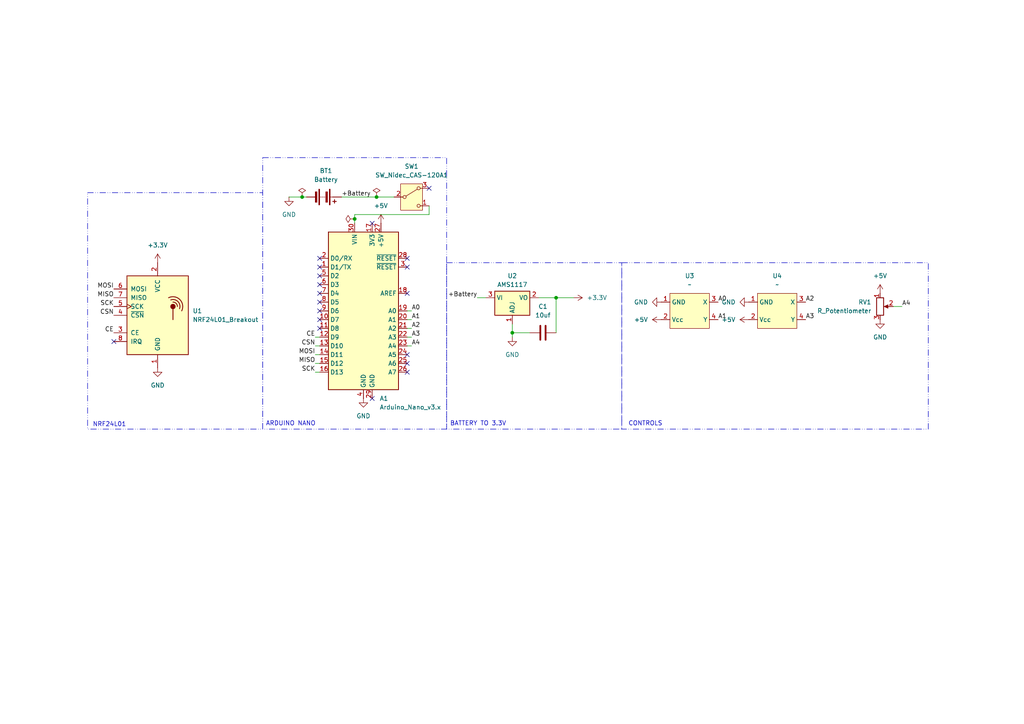
<source format=kicad_sch>
(kicad_sch
	(version 20250114)
	(generator "eeschema")
	(generator_version "9.0")
	(uuid "def67c94-7d6a-4690-a348-7a8cc2fa26f7")
	(paper "A4")
	(title_block
		(title "Transmitter")
		(rev "V1")
		(company "Sarthi Rajorekar")
	)
	(lib_symbols
		(symbol "Device:Battery"
			(pin_numbers
				(hide yes)
			)
			(pin_names
				(offset 0)
				(hide yes)
			)
			(exclude_from_sim no)
			(in_bom yes)
			(on_board yes)
			(property "Reference" "BT"
				(at 2.54 2.54 0)
				(effects
					(font
						(size 1.27 1.27)
					)
					(justify left)
				)
			)
			(property "Value" "Battery"
				(at 2.54 0 0)
				(effects
					(font
						(size 1.27 1.27)
					)
					(justify left)
				)
			)
			(property "Footprint" ""
				(at 0 1.524 90)
				(effects
					(font
						(size 1.27 1.27)
					)
					(hide yes)
				)
			)
			(property "Datasheet" "~"
				(at 0 1.524 90)
				(effects
					(font
						(size 1.27 1.27)
					)
					(hide yes)
				)
			)
			(property "Description" "Multiple-cell battery"
				(at 0 0 0)
				(effects
					(font
						(size 1.27 1.27)
					)
					(hide yes)
				)
			)
			(property "ki_keywords" "batt voltage-source cell"
				(at 0 0 0)
				(effects
					(font
						(size 1.27 1.27)
					)
					(hide yes)
				)
			)
			(symbol "Battery_0_1"
				(rectangle
					(start -2.286 1.778)
					(end 2.286 1.524)
					(stroke
						(width 0)
						(type default)
					)
					(fill
						(type outline)
					)
				)
				(rectangle
					(start -2.286 -1.27)
					(end 2.286 -1.524)
					(stroke
						(width 0)
						(type default)
					)
					(fill
						(type outline)
					)
				)
				(rectangle
					(start -1.524 1.016)
					(end 1.524 0.508)
					(stroke
						(width 0)
						(type default)
					)
					(fill
						(type outline)
					)
				)
				(rectangle
					(start -1.524 -2.032)
					(end 1.524 -2.54)
					(stroke
						(width 0)
						(type default)
					)
					(fill
						(type outline)
					)
				)
				(polyline
					(pts
						(xy 0 1.778) (xy 0 2.54)
					)
					(stroke
						(width 0)
						(type default)
					)
					(fill
						(type none)
					)
				)
				(polyline
					(pts
						(xy 0 0) (xy 0 0.254)
					)
					(stroke
						(width 0)
						(type default)
					)
					(fill
						(type none)
					)
				)
				(polyline
					(pts
						(xy 0 -0.508) (xy 0 -0.254)
					)
					(stroke
						(width 0)
						(type default)
					)
					(fill
						(type none)
					)
				)
				(polyline
					(pts
						(xy 0 -1.016) (xy 0 -0.762)
					)
					(stroke
						(width 0)
						(type default)
					)
					(fill
						(type none)
					)
				)
				(polyline
					(pts
						(xy 0.762 3.048) (xy 1.778 3.048)
					)
					(stroke
						(width 0.254)
						(type default)
					)
					(fill
						(type none)
					)
				)
				(polyline
					(pts
						(xy 1.27 3.556) (xy 1.27 2.54)
					)
					(stroke
						(width 0.254)
						(type default)
					)
					(fill
						(type none)
					)
				)
			)
			(symbol "Battery_1_1"
				(pin passive line
					(at 0 5.08 270)
					(length 2.54)
					(name "+"
						(effects
							(font
								(size 1.27 1.27)
							)
						)
					)
					(number "1"
						(effects
							(font
								(size 1.27 1.27)
							)
						)
					)
				)
				(pin passive line
					(at 0 -5.08 90)
					(length 2.54)
					(name "-"
						(effects
							(font
								(size 1.27 1.27)
							)
						)
					)
					(number "2"
						(effects
							(font
								(size 1.27 1.27)
							)
						)
					)
				)
			)
			(embedded_fonts no)
		)
		(symbol "Device:C"
			(pin_numbers
				(hide yes)
			)
			(pin_names
				(offset 0.254)
			)
			(exclude_from_sim no)
			(in_bom yes)
			(on_board yes)
			(property "Reference" "C"
				(at 0.635 2.54 0)
				(effects
					(font
						(size 1.27 1.27)
					)
					(justify left)
				)
			)
			(property "Value" "C"
				(at 0.635 -2.54 0)
				(effects
					(font
						(size 1.27 1.27)
					)
					(justify left)
				)
			)
			(property "Footprint" ""
				(at 0.9652 -3.81 0)
				(effects
					(font
						(size 1.27 1.27)
					)
					(hide yes)
				)
			)
			(property "Datasheet" "~"
				(at 0 0 0)
				(effects
					(font
						(size 1.27 1.27)
					)
					(hide yes)
				)
			)
			(property "Description" "Unpolarized capacitor"
				(at 0 0 0)
				(effects
					(font
						(size 1.27 1.27)
					)
					(hide yes)
				)
			)
			(property "ki_keywords" "cap capacitor"
				(at 0 0 0)
				(effects
					(font
						(size 1.27 1.27)
					)
					(hide yes)
				)
			)
			(property "ki_fp_filters" "C_*"
				(at 0 0 0)
				(effects
					(font
						(size 1.27 1.27)
					)
					(hide yes)
				)
			)
			(symbol "C_0_1"
				(polyline
					(pts
						(xy -2.032 0.762) (xy 2.032 0.762)
					)
					(stroke
						(width 0.508)
						(type default)
					)
					(fill
						(type none)
					)
				)
				(polyline
					(pts
						(xy -2.032 -0.762) (xy 2.032 -0.762)
					)
					(stroke
						(width 0.508)
						(type default)
					)
					(fill
						(type none)
					)
				)
			)
			(symbol "C_1_1"
				(pin passive line
					(at 0 3.81 270)
					(length 2.794)
					(name "~"
						(effects
							(font
								(size 1.27 1.27)
							)
						)
					)
					(number "1"
						(effects
							(font
								(size 1.27 1.27)
							)
						)
					)
				)
				(pin passive line
					(at 0 -3.81 90)
					(length 2.794)
					(name "~"
						(effects
							(font
								(size 1.27 1.27)
							)
						)
					)
					(number "2"
						(effects
							(font
								(size 1.27 1.27)
							)
						)
					)
				)
			)
			(embedded_fonts no)
		)
		(symbol "Device:R_Potentiometer"
			(pin_names
				(offset 1.016)
				(hide yes)
			)
			(exclude_from_sim no)
			(in_bom yes)
			(on_board yes)
			(property "Reference" "RV"
				(at -4.445 0 90)
				(effects
					(font
						(size 1.27 1.27)
					)
				)
			)
			(property "Value" "R_Potentiometer"
				(at -2.54 0 90)
				(effects
					(font
						(size 1.27 1.27)
					)
				)
			)
			(property "Footprint" ""
				(at 0 0 0)
				(effects
					(font
						(size 1.27 1.27)
					)
					(hide yes)
				)
			)
			(property "Datasheet" "~"
				(at 0 0 0)
				(effects
					(font
						(size 1.27 1.27)
					)
					(hide yes)
				)
			)
			(property "Description" "Potentiometer"
				(at 0 0 0)
				(effects
					(font
						(size 1.27 1.27)
					)
					(hide yes)
				)
			)
			(property "ki_keywords" "resistor variable"
				(at 0 0 0)
				(effects
					(font
						(size 1.27 1.27)
					)
					(hide yes)
				)
			)
			(property "ki_fp_filters" "Potentiometer*"
				(at 0 0 0)
				(effects
					(font
						(size 1.27 1.27)
					)
					(hide yes)
				)
			)
			(symbol "R_Potentiometer_0_1"
				(rectangle
					(start 1.016 2.54)
					(end -1.016 -2.54)
					(stroke
						(width 0.254)
						(type default)
					)
					(fill
						(type none)
					)
				)
				(polyline
					(pts
						(xy 1.143 0) (xy 2.286 0.508) (xy 2.286 -0.508) (xy 1.143 0)
					)
					(stroke
						(width 0)
						(type default)
					)
					(fill
						(type outline)
					)
				)
				(polyline
					(pts
						(xy 2.54 0) (xy 1.524 0)
					)
					(stroke
						(width 0)
						(type default)
					)
					(fill
						(type none)
					)
				)
			)
			(symbol "R_Potentiometer_1_1"
				(pin passive line
					(at 0 3.81 270)
					(length 1.27)
					(name "1"
						(effects
							(font
								(size 1.27 1.27)
							)
						)
					)
					(number "1"
						(effects
							(font
								(size 1.27 1.27)
							)
						)
					)
				)
				(pin passive line
					(at 0 -3.81 90)
					(length 1.27)
					(name "3"
						(effects
							(font
								(size 1.27 1.27)
							)
						)
					)
					(number "3"
						(effects
							(font
								(size 1.27 1.27)
							)
						)
					)
				)
				(pin passive line
					(at 3.81 0 180)
					(length 1.27)
					(name "2"
						(effects
							(font
								(size 1.27 1.27)
							)
						)
					)
					(number "2"
						(effects
							(font
								(size 1.27 1.27)
							)
						)
					)
				)
			)
			(embedded_fonts no)
		)
		(symbol "MCU_Module:Arduino_Nano_v3.x"
			(exclude_from_sim no)
			(in_bom yes)
			(on_board yes)
			(property "Reference" "A"
				(at -10.16 23.495 0)
				(effects
					(font
						(size 1.27 1.27)
					)
					(justify left bottom)
				)
			)
			(property "Value" "Arduino_Nano_v3.x"
				(at 5.08 -24.13 0)
				(effects
					(font
						(size 1.27 1.27)
					)
					(justify left top)
				)
			)
			(property "Footprint" "Module:Arduino_Nano"
				(at 0 0 0)
				(effects
					(font
						(size 1.27 1.27)
						(italic yes)
					)
					(hide yes)
				)
			)
			(property "Datasheet" "http://www.mouser.com/pdfdocs/Gravitech_Arduino_Nano3_0.pdf"
				(at 0 0 0)
				(effects
					(font
						(size 1.27 1.27)
					)
					(hide yes)
				)
			)
			(property "Description" "Arduino Nano v3.x"
				(at 0 0 0)
				(effects
					(font
						(size 1.27 1.27)
					)
					(hide yes)
				)
			)
			(property "ki_keywords" "Arduino nano microcontroller module USB"
				(at 0 0 0)
				(effects
					(font
						(size 1.27 1.27)
					)
					(hide yes)
				)
			)
			(property "ki_fp_filters" "Arduino*Nano*"
				(at 0 0 0)
				(effects
					(font
						(size 1.27 1.27)
					)
					(hide yes)
				)
			)
			(symbol "Arduino_Nano_v3.x_0_1"
				(rectangle
					(start -10.16 22.86)
					(end 10.16 -22.86)
					(stroke
						(width 0.254)
						(type default)
					)
					(fill
						(type background)
					)
				)
			)
			(symbol "Arduino_Nano_v3.x_1_1"
				(pin bidirectional line
					(at -12.7 15.24 0)
					(length 2.54)
					(name "D0/RX"
						(effects
							(font
								(size 1.27 1.27)
							)
						)
					)
					(number "2"
						(effects
							(font
								(size 1.27 1.27)
							)
						)
					)
				)
				(pin bidirectional line
					(at -12.7 12.7 0)
					(length 2.54)
					(name "D1/TX"
						(effects
							(font
								(size 1.27 1.27)
							)
						)
					)
					(number "1"
						(effects
							(font
								(size 1.27 1.27)
							)
						)
					)
				)
				(pin bidirectional line
					(at -12.7 10.16 0)
					(length 2.54)
					(name "D2"
						(effects
							(font
								(size 1.27 1.27)
							)
						)
					)
					(number "5"
						(effects
							(font
								(size 1.27 1.27)
							)
						)
					)
				)
				(pin bidirectional line
					(at -12.7 7.62 0)
					(length 2.54)
					(name "D3"
						(effects
							(font
								(size 1.27 1.27)
							)
						)
					)
					(number "6"
						(effects
							(font
								(size 1.27 1.27)
							)
						)
					)
				)
				(pin bidirectional line
					(at -12.7 5.08 0)
					(length 2.54)
					(name "D4"
						(effects
							(font
								(size 1.27 1.27)
							)
						)
					)
					(number "7"
						(effects
							(font
								(size 1.27 1.27)
							)
						)
					)
				)
				(pin bidirectional line
					(at -12.7 2.54 0)
					(length 2.54)
					(name "D5"
						(effects
							(font
								(size 1.27 1.27)
							)
						)
					)
					(number "8"
						(effects
							(font
								(size 1.27 1.27)
							)
						)
					)
				)
				(pin bidirectional line
					(at -12.7 0 0)
					(length 2.54)
					(name "D6"
						(effects
							(font
								(size 1.27 1.27)
							)
						)
					)
					(number "9"
						(effects
							(font
								(size 1.27 1.27)
							)
						)
					)
				)
				(pin bidirectional line
					(at -12.7 -2.54 0)
					(length 2.54)
					(name "D7"
						(effects
							(font
								(size 1.27 1.27)
							)
						)
					)
					(number "10"
						(effects
							(font
								(size 1.27 1.27)
							)
						)
					)
				)
				(pin bidirectional line
					(at -12.7 -5.08 0)
					(length 2.54)
					(name "D8"
						(effects
							(font
								(size 1.27 1.27)
							)
						)
					)
					(number "11"
						(effects
							(font
								(size 1.27 1.27)
							)
						)
					)
				)
				(pin bidirectional line
					(at -12.7 -7.62 0)
					(length 2.54)
					(name "D9"
						(effects
							(font
								(size 1.27 1.27)
							)
						)
					)
					(number "12"
						(effects
							(font
								(size 1.27 1.27)
							)
						)
					)
				)
				(pin bidirectional line
					(at -12.7 -10.16 0)
					(length 2.54)
					(name "D10"
						(effects
							(font
								(size 1.27 1.27)
							)
						)
					)
					(number "13"
						(effects
							(font
								(size 1.27 1.27)
							)
						)
					)
				)
				(pin bidirectional line
					(at -12.7 -12.7 0)
					(length 2.54)
					(name "D11"
						(effects
							(font
								(size 1.27 1.27)
							)
						)
					)
					(number "14"
						(effects
							(font
								(size 1.27 1.27)
							)
						)
					)
				)
				(pin bidirectional line
					(at -12.7 -15.24 0)
					(length 2.54)
					(name "D12"
						(effects
							(font
								(size 1.27 1.27)
							)
						)
					)
					(number "15"
						(effects
							(font
								(size 1.27 1.27)
							)
						)
					)
				)
				(pin bidirectional line
					(at -12.7 -17.78 0)
					(length 2.54)
					(name "D13"
						(effects
							(font
								(size 1.27 1.27)
							)
						)
					)
					(number "16"
						(effects
							(font
								(size 1.27 1.27)
							)
						)
					)
				)
				(pin power_in line
					(at -2.54 25.4 270)
					(length 2.54)
					(name "VIN"
						(effects
							(font
								(size 1.27 1.27)
							)
						)
					)
					(number "30"
						(effects
							(font
								(size 1.27 1.27)
							)
						)
					)
				)
				(pin power_in line
					(at 0 -25.4 90)
					(length 2.54)
					(name "GND"
						(effects
							(font
								(size 1.27 1.27)
							)
						)
					)
					(number "4"
						(effects
							(font
								(size 1.27 1.27)
							)
						)
					)
				)
				(pin power_out line
					(at 2.54 25.4 270)
					(length 2.54)
					(name "3V3"
						(effects
							(font
								(size 1.27 1.27)
							)
						)
					)
					(number "17"
						(effects
							(font
								(size 1.27 1.27)
							)
						)
					)
				)
				(pin power_in line
					(at 2.54 -25.4 90)
					(length 2.54)
					(name "GND"
						(effects
							(font
								(size 1.27 1.27)
							)
						)
					)
					(number "29"
						(effects
							(font
								(size 1.27 1.27)
							)
						)
					)
				)
				(pin power_out line
					(at 5.08 25.4 270)
					(length 2.54)
					(name "+5V"
						(effects
							(font
								(size 1.27 1.27)
							)
						)
					)
					(number "27"
						(effects
							(font
								(size 1.27 1.27)
							)
						)
					)
				)
				(pin input line
					(at 12.7 15.24 180)
					(length 2.54)
					(name "~{RESET}"
						(effects
							(font
								(size 1.27 1.27)
							)
						)
					)
					(number "28"
						(effects
							(font
								(size 1.27 1.27)
							)
						)
					)
				)
				(pin input line
					(at 12.7 12.7 180)
					(length 2.54)
					(name "~{RESET}"
						(effects
							(font
								(size 1.27 1.27)
							)
						)
					)
					(number "3"
						(effects
							(font
								(size 1.27 1.27)
							)
						)
					)
				)
				(pin input line
					(at 12.7 5.08 180)
					(length 2.54)
					(name "AREF"
						(effects
							(font
								(size 1.27 1.27)
							)
						)
					)
					(number "18"
						(effects
							(font
								(size 1.27 1.27)
							)
						)
					)
				)
				(pin bidirectional line
					(at 12.7 0 180)
					(length 2.54)
					(name "A0"
						(effects
							(font
								(size 1.27 1.27)
							)
						)
					)
					(number "19"
						(effects
							(font
								(size 1.27 1.27)
							)
						)
					)
				)
				(pin bidirectional line
					(at 12.7 -2.54 180)
					(length 2.54)
					(name "A1"
						(effects
							(font
								(size 1.27 1.27)
							)
						)
					)
					(number "20"
						(effects
							(font
								(size 1.27 1.27)
							)
						)
					)
				)
				(pin bidirectional line
					(at 12.7 -5.08 180)
					(length 2.54)
					(name "A2"
						(effects
							(font
								(size 1.27 1.27)
							)
						)
					)
					(number "21"
						(effects
							(font
								(size 1.27 1.27)
							)
						)
					)
				)
				(pin bidirectional line
					(at 12.7 -7.62 180)
					(length 2.54)
					(name "A3"
						(effects
							(font
								(size 1.27 1.27)
							)
						)
					)
					(number "22"
						(effects
							(font
								(size 1.27 1.27)
							)
						)
					)
				)
				(pin bidirectional line
					(at 12.7 -10.16 180)
					(length 2.54)
					(name "A4"
						(effects
							(font
								(size 1.27 1.27)
							)
						)
					)
					(number "23"
						(effects
							(font
								(size 1.27 1.27)
							)
						)
					)
				)
				(pin bidirectional line
					(at 12.7 -12.7 180)
					(length 2.54)
					(name "A5"
						(effects
							(font
								(size 1.27 1.27)
							)
						)
					)
					(number "24"
						(effects
							(font
								(size 1.27 1.27)
							)
						)
					)
				)
				(pin bidirectional line
					(at 12.7 -15.24 180)
					(length 2.54)
					(name "A6"
						(effects
							(font
								(size 1.27 1.27)
							)
						)
					)
					(number "25"
						(effects
							(font
								(size 1.27 1.27)
							)
						)
					)
				)
				(pin bidirectional line
					(at 12.7 -17.78 180)
					(length 2.54)
					(name "A7"
						(effects
							(font
								(size 1.27 1.27)
							)
						)
					)
					(number "26"
						(effects
							(font
								(size 1.27 1.27)
							)
						)
					)
				)
			)
			(embedded_fonts no)
		)
		(symbol "RF:NRF24L01_Breakout"
			(pin_names
				(offset 1.016)
			)
			(exclude_from_sim no)
			(in_bom yes)
			(on_board yes)
			(property "Reference" "U"
				(at -8.89 12.7 0)
				(effects
					(font
						(size 1.27 1.27)
					)
					(justify left)
				)
			)
			(property "Value" "NRF24L01_Breakout"
				(at 3.81 12.7 0)
				(effects
					(font
						(size 1.27 1.27)
					)
					(justify left)
				)
			)
			(property "Footprint" "RF_Module:nRF24L01_Breakout"
				(at 3.81 15.24 0)
				(effects
					(font
						(size 1.27 1.27)
						(italic yes)
					)
					(justify left)
					(hide yes)
				)
			)
			(property "Datasheet" "http://www.nordicsemi.com/eng/content/download/2730/34105/file/nRF24L01_Product_Specification_v2_0.pdf"
				(at 0 -2.54 0)
				(effects
					(font
						(size 1.27 1.27)
					)
					(hide yes)
				)
			)
			(property "Description" "Ultra low power 2.4GHz RF Transceiver, Carrier PCB"
				(at 0 0 0)
				(effects
					(font
						(size 1.27 1.27)
					)
					(hide yes)
				)
			)
			(property "ki_keywords" "Low Power RF Transceiver breakout carrier"
				(at 0 0 0)
				(effects
					(font
						(size 1.27 1.27)
					)
					(hide yes)
				)
			)
			(property "ki_fp_filters" "nRF24L01*Breakout*"
				(at 0 0 0)
				(effects
					(font
						(size 1.27 1.27)
					)
					(hide yes)
				)
			)
			(symbol "NRF24L01_Breakout_0_1"
				(rectangle
					(start -8.89 11.43)
					(end 8.89 -11.43)
					(stroke
						(width 0.254)
						(type default)
					)
					(fill
						(type background)
					)
				)
				(arc
					(start 3.175 5.08)
					(mid 6.453 4.548)
					(end 6.985 1.27)
					(stroke
						(width 0.254)
						(type default)
					)
					(fill
						(type none)
					)
				)
				(circle
					(center 4.445 2.54)
					(radius 0.635)
					(stroke
						(width 0.254)
						(type default)
					)
					(fill
						(type outline)
					)
				)
				(polyline
					(pts
						(xy 4.445 1.905) (xy 4.445 -1.27)
					)
					(stroke
						(width 0.254)
						(type default)
					)
					(fill
						(type none)
					)
				)
				(arc
					(start 3.81 4.445)
					(mid 5.8835 3.9785)
					(end 6.35 1.905)
					(stroke
						(width 0.254)
						(type default)
					)
					(fill
						(type none)
					)
				)
				(arc
					(start 4.445 3.81)
					(mid 5.3558 3.4508)
					(end 5.715 2.54)
					(stroke
						(width 0.254)
						(type default)
					)
					(fill
						(type none)
					)
				)
			)
			(symbol "NRF24L01_Breakout_1_1"
				(pin input line
					(at -12.7 7.62 0)
					(length 3.81)
					(name "MOSI"
						(effects
							(font
								(size 1.27 1.27)
							)
						)
					)
					(number "6"
						(effects
							(font
								(size 1.27 1.27)
							)
						)
					)
				)
				(pin output line
					(at -12.7 5.08 0)
					(length 3.81)
					(name "MISO"
						(effects
							(font
								(size 1.27 1.27)
							)
						)
					)
					(number "7"
						(effects
							(font
								(size 1.27 1.27)
							)
						)
					)
				)
				(pin input clock
					(at -12.7 2.54 0)
					(length 3.81)
					(name "SCK"
						(effects
							(font
								(size 1.27 1.27)
							)
						)
					)
					(number "5"
						(effects
							(font
								(size 1.27 1.27)
							)
						)
					)
				)
				(pin input line
					(at -12.7 0 0)
					(length 3.81)
					(name "~{CSN}"
						(effects
							(font
								(size 1.27 1.27)
							)
						)
					)
					(number "4"
						(effects
							(font
								(size 1.27 1.27)
							)
						)
					)
				)
				(pin input line
					(at -12.7 -5.08 0)
					(length 3.81)
					(name "CE"
						(effects
							(font
								(size 1.27 1.27)
							)
						)
					)
					(number "3"
						(effects
							(font
								(size 1.27 1.27)
							)
						)
					)
				)
				(pin output line
					(at -12.7 -7.62 0)
					(length 3.81)
					(name "IRQ"
						(effects
							(font
								(size 1.27 1.27)
							)
						)
					)
					(number "8"
						(effects
							(font
								(size 1.27 1.27)
							)
						)
					)
				)
				(pin power_in line
					(at 0 15.24 270)
					(length 3.81)
					(name "VCC"
						(effects
							(font
								(size 1.27 1.27)
							)
						)
					)
					(number "2"
						(effects
							(font
								(size 1.27 1.27)
							)
						)
					)
				)
				(pin power_in line
					(at 0 -15.24 90)
					(length 3.81)
					(name "GND"
						(effects
							(font
								(size 1.27 1.27)
							)
						)
					)
					(number "1"
						(effects
							(font
								(size 1.27 1.27)
							)
						)
					)
				)
			)
			(embedded_fonts no)
		)
		(symbol "Regulator_Linear:AMS1117"
			(exclude_from_sim no)
			(in_bom yes)
			(on_board yes)
			(property "Reference" "U"
				(at -3.81 3.175 0)
				(effects
					(font
						(size 1.27 1.27)
					)
				)
			)
			(property "Value" "AMS1117"
				(at 0 3.175 0)
				(effects
					(font
						(size 1.27 1.27)
					)
					(justify left)
				)
			)
			(property "Footprint" "Package_TO_SOT_SMD:SOT-223-3_TabPin2"
				(at 0 5.08 0)
				(effects
					(font
						(size 1.27 1.27)
					)
					(hide yes)
				)
			)
			(property "Datasheet" "http://www.advanced-monolithic.com/pdf/ds1117.pdf"
				(at 2.54 -6.35 0)
				(effects
					(font
						(size 1.27 1.27)
					)
					(hide yes)
				)
			)
			(property "Description" "1A Low Dropout regulator, positive, adjustable output, SOT-223"
				(at 0 0 0)
				(effects
					(font
						(size 1.27 1.27)
					)
					(hide yes)
				)
			)
			(property "ki_keywords" "linear regulator ldo adjustable positive"
				(at 0 0 0)
				(effects
					(font
						(size 1.27 1.27)
					)
					(hide yes)
				)
			)
			(property "ki_fp_filters" "SOT?223*TabPin2*"
				(at 0 0 0)
				(effects
					(font
						(size 1.27 1.27)
					)
					(hide yes)
				)
			)
			(symbol "AMS1117_0_1"
				(rectangle
					(start -5.08 -5.08)
					(end 5.08 1.905)
					(stroke
						(width 0.254)
						(type default)
					)
					(fill
						(type background)
					)
				)
			)
			(symbol "AMS1117_1_1"
				(pin power_in line
					(at -7.62 0 0)
					(length 2.54)
					(name "VI"
						(effects
							(font
								(size 1.27 1.27)
							)
						)
					)
					(number "3"
						(effects
							(font
								(size 1.27 1.27)
							)
						)
					)
				)
				(pin input line
					(at 0 -7.62 90)
					(length 2.54)
					(name "ADJ"
						(effects
							(font
								(size 1.27 1.27)
							)
						)
					)
					(number "1"
						(effects
							(font
								(size 1.27 1.27)
							)
						)
					)
				)
				(pin power_out line
					(at 7.62 0 180)
					(length 2.54)
					(name "VO"
						(effects
							(font
								(size 1.27 1.27)
							)
						)
					)
					(number "2"
						(effects
							(font
								(size 1.27 1.27)
							)
						)
					)
				)
			)
			(embedded_fonts no)
		)
		(symbol "Switch:SW_Nidec_CAS-120A1"
			(pin_names
				(offset 1)
				(hide yes)
			)
			(exclude_from_sim no)
			(in_bom yes)
			(on_board yes)
			(property "Reference" "SW"
				(at 0 4.318 0)
				(effects
					(font
						(size 1.27 1.27)
					)
				)
			)
			(property "Value" "SW_Nidec_CAS-120A1"
				(at 0 -5.08 0)
				(effects
					(font
						(size 1.27 1.27)
					)
				)
			)
			(property "Footprint" "Button_Switch_SMD:Nidec_Copal_CAS-120A"
				(at 0 -10.16 0)
				(effects
					(font
						(size 1.27 1.27)
					)
					(hide yes)
				)
			)
			(property "Datasheet" "https://www.nidec-components.com/e/catalog/switch/cas.pdf"
				(at 0 -7.62 0)
				(effects
					(font
						(size 1.27 1.27)
					)
					(hide yes)
				)
			)
			(property "Description" "Switch, single pole double throw"
				(at 0 0 0)
				(effects
					(font
						(size 1.27 1.27)
					)
					(hide yes)
				)
			)
			(property "ki_keywords" "switch single-pole double-throw spdt ON-ON"
				(at 0 0 0)
				(effects
					(font
						(size 1.27 1.27)
					)
					(hide yes)
				)
			)
			(property "ki_fp_filters" "*Nidec?Copal?CAS?120A*"
				(at 0 0 0)
				(effects
					(font
						(size 1.27 1.27)
					)
					(hide yes)
				)
			)
			(symbol "SW_Nidec_CAS-120A1_0_1"
				(circle
					(center -2.032 0)
					(radius 0.4572)
					(stroke
						(width 0)
						(type default)
					)
					(fill
						(type none)
					)
				)
				(polyline
					(pts
						(xy -1.651 0.254) (xy 1.651 2.286)
					)
					(stroke
						(width 0)
						(type default)
					)
					(fill
						(type none)
					)
				)
				(circle
					(center 2.032 2.54)
					(radius 0.4572)
					(stroke
						(width 0)
						(type default)
					)
					(fill
						(type none)
					)
				)
				(circle
					(center 2.032 -2.54)
					(radius 0.4572)
					(stroke
						(width 0)
						(type default)
					)
					(fill
						(type none)
					)
				)
			)
			(symbol "SW_Nidec_CAS-120A1_1_1"
				(rectangle
					(start -3.175 3.81)
					(end 3.175 -3.81)
					(stroke
						(width 0)
						(type default)
					)
					(fill
						(type background)
					)
				)
				(pin passive line
					(at -5.08 0 0)
					(length 2.54)
					(name "B"
						(effects
							(font
								(size 1.27 1.27)
							)
						)
					)
					(number "2"
						(effects
							(font
								(size 1.27 1.27)
							)
						)
					)
				)
				(pin passive line
					(at 5.08 2.54 180)
					(length 2.54)
					(name "A"
						(effects
							(font
								(size 1.27 1.27)
							)
						)
					)
					(number "3"
						(effects
							(font
								(size 1.27 1.27)
							)
						)
					)
				)
				(pin passive line
					(at 5.08 -2.54 180)
					(length 2.54)
					(name "C"
						(effects
							(font
								(size 1.27 1.27)
							)
						)
					)
					(number "1"
						(effects
							(font
								(size 1.27 1.27)
							)
						)
					)
				)
			)
			(embedded_fonts no)
		)
		(symbol "joysticc:JOYSTICK-PSP1000"
			(exclude_from_sim no)
			(in_bom yes)
			(on_board yes)
			(property "Reference" "U"
				(at 0 5.334 0)
				(effects
					(font
						(size 1.27 1.27)
					)
				)
			)
			(property "Value" ""
				(at 0 0 0)
				(effects
					(font
						(size 1.27 1.27)
					)
				)
			)
			(property "Footprint" ""
				(at 0 0 0)
				(effects
					(font
						(size 1.27 1.27)
					)
					(hide yes)
				)
			)
			(property "Datasheet" ""
				(at 0 0 0)
				(effects
					(font
						(size 1.27 1.27)
					)
					(hide yes)
				)
			)
			(property "Description" ""
				(at 0 0 0)
				(effects
					(font
						(size 1.27 1.27)
					)
					(hide yes)
				)
			)
			(symbol "JOYSTICK-PSP1000_1_1"
				(rectangle
					(start -6.35 5.08)
					(end 5.08 -5.08)
					(stroke
						(width 0)
						(type solid)
					)
					(fill
						(type background)
					)
				)
				(pin input line
					(at -8.89 2.54 0)
					(length 2.54)
					(name "GND"
						(effects
							(font
								(size 1.27 1.27)
							)
						)
					)
					(number "1"
						(effects
							(font
								(size 1.27 1.27)
							)
						)
					)
				)
				(pin input line
					(at -8.89 -2.54 0)
					(length 2.54)
					(name "Vcc"
						(effects
							(font
								(size 1.27 1.27)
							)
						)
					)
					(number "2"
						(effects
							(font
								(size 1.27 1.27)
							)
						)
					)
				)
				(pin input line
					(at 7.62 2.54 180)
					(length 2.54)
					(name "X"
						(effects
							(font
								(size 1.27 1.27)
							)
						)
					)
					(number "3"
						(effects
							(font
								(size 1.27 1.27)
							)
						)
					)
				)
				(pin input line
					(at 7.62 -2.54 180)
					(length 2.54)
					(name "Y"
						(effects
							(font
								(size 1.27 1.27)
							)
						)
					)
					(number "4"
						(effects
							(font
								(size 1.27 1.27)
							)
						)
					)
				)
			)
			(embedded_fonts no)
		)
		(symbol "power:+3.3V"
			(power)
			(pin_numbers
				(hide yes)
			)
			(pin_names
				(offset 0)
				(hide yes)
			)
			(exclude_from_sim no)
			(in_bom yes)
			(on_board yes)
			(property "Reference" "#PWR"
				(at 0 -3.81 0)
				(effects
					(font
						(size 1.27 1.27)
					)
					(hide yes)
				)
			)
			(property "Value" "+3.3V"
				(at 0 3.556 0)
				(effects
					(font
						(size 1.27 1.27)
					)
				)
			)
			(property "Footprint" ""
				(at 0 0 0)
				(effects
					(font
						(size 1.27 1.27)
					)
					(hide yes)
				)
			)
			(property "Datasheet" ""
				(at 0 0 0)
				(effects
					(font
						(size 1.27 1.27)
					)
					(hide yes)
				)
			)
			(property "Description" "Power symbol creates a global label with name \"+3.3V\""
				(at 0 0 0)
				(effects
					(font
						(size 1.27 1.27)
					)
					(hide yes)
				)
			)
			(property "ki_keywords" "global power"
				(at 0 0 0)
				(effects
					(font
						(size 1.27 1.27)
					)
					(hide yes)
				)
			)
			(symbol "+3.3V_0_1"
				(polyline
					(pts
						(xy -0.762 1.27) (xy 0 2.54)
					)
					(stroke
						(width 0)
						(type default)
					)
					(fill
						(type none)
					)
				)
				(polyline
					(pts
						(xy 0 2.54) (xy 0.762 1.27)
					)
					(stroke
						(width 0)
						(type default)
					)
					(fill
						(type none)
					)
				)
				(polyline
					(pts
						(xy 0 0) (xy 0 2.54)
					)
					(stroke
						(width 0)
						(type default)
					)
					(fill
						(type none)
					)
				)
			)
			(symbol "+3.3V_1_1"
				(pin power_in line
					(at 0 0 90)
					(length 0)
					(name "~"
						(effects
							(font
								(size 1.27 1.27)
							)
						)
					)
					(number "1"
						(effects
							(font
								(size 1.27 1.27)
							)
						)
					)
				)
			)
			(embedded_fonts no)
		)
		(symbol "power:+5V"
			(power)
			(pin_numbers
				(hide yes)
			)
			(pin_names
				(offset 0)
				(hide yes)
			)
			(exclude_from_sim no)
			(in_bom yes)
			(on_board yes)
			(property "Reference" "#PWR"
				(at 0 -3.81 0)
				(effects
					(font
						(size 1.27 1.27)
					)
					(hide yes)
				)
			)
			(property "Value" "+5V"
				(at 0 3.556 0)
				(effects
					(font
						(size 1.27 1.27)
					)
				)
			)
			(property "Footprint" ""
				(at 0 0 0)
				(effects
					(font
						(size 1.27 1.27)
					)
					(hide yes)
				)
			)
			(property "Datasheet" ""
				(at 0 0 0)
				(effects
					(font
						(size 1.27 1.27)
					)
					(hide yes)
				)
			)
			(property "Description" "Power symbol creates a global label with name \"+5V\""
				(at 0 0 0)
				(effects
					(font
						(size 1.27 1.27)
					)
					(hide yes)
				)
			)
			(property "ki_keywords" "global power"
				(at 0 0 0)
				(effects
					(font
						(size 1.27 1.27)
					)
					(hide yes)
				)
			)
			(symbol "+5V_0_1"
				(polyline
					(pts
						(xy -0.762 1.27) (xy 0 2.54)
					)
					(stroke
						(width 0)
						(type default)
					)
					(fill
						(type none)
					)
				)
				(polyline
					(pts
						(xy 0 2.54) (xy 0.762 1.27)
					)
					(stroke
						(width 0)
						(type default)
					)
					(fill
						(type none)
					)
				)
				(polyline
					(pts
						(xy 0 0) (xy 0 2.54)
					)
					(stroke
						(width 0)
						(type default)
					)
					(fill
						(type none)
					)
				)
			)
			(symbol "+5V_1_1"
				(pin power_in line
					(at 0 0 90)
					(length 0)
					(name "~"
						(effects
							(font
								(size 1.27 1.27)
							)
						)
					)
					(number "1"
						(effects
							(font
								(size 1.27 1.27)
							)
						)
					)
				)
			)
			(embedded_fonts no)
		)
		(symbol "power:GND"
			(power)
			(pin_numbers
				(hide yes)
			)
			(pin_names
				(offset 0)
				(hide yes)
			)
			(exclude_from_sim no)
			(in_bom yes)
			(on_board yes)
			(property "Reference" "#PWR"
				(at 0 -6.35 0)
				(effects
					(font
						(size 1.27 1.27)
					)
					(hide yes)
				)
			)
			(property "Value" "GND"
				(at 0 -3.81 0)
				(effects
					(font
						(size 1.27 1.27)
					)
				)
			)
			(property "Footprint" ""
				(at 0 0 0)
				(effects
					(font
						(size 1.27 1.27)
					)
					(hide yes)
				)
			)
			(property "Datasheet" ""
				(at 0 0 0)
				(effects
					(font
						(size 1.27 1.27)
					)
					(hide yes)
				)
			)
			(property "Description" "Power symbol creates a global label with name \"GND\" , ground"
				(at 0 0 0)
				(effects
					(font
						(size 1.27 1.27)
					)
					(hide yes)
				)
			)
			(property "ki_keywords" "global power"
				(at 0 0 0)
				(effects
					(font
						(size 1.27 1.27)
					)
					(hide yes)
				)
			)
			(symbol "GND_0_1"
				(polyline
					(pts
						(xy 0 0) (xy 0 -1.27) (xy 1.27 -1.27) (xy 0 -2.54) (xy -1.27 -1.27) (xy 0 -1.27)
					)
					(stroke
						(width 0)
						(type default)
					)
					(fill
						(type none)
					)
				)
			)
			(symbol "GND_1_1"
				(pin power_in line
					(at 0 0 270)
					(length 0)
					(name "~"
						(effects
							(font
								(size 1.27 1.27)
							)
						)
					)
					(number "1"
						(effects
							(font
								(size 1.27 1.27)
							)
						)
					)
				)
			)
			(embedded_fonts no)
		)
		(symbol "power:PWR_FLAG"
			(power)
			(pin_numbers
				(hide yes)
			)
			(pin_names
				(offset 0)
				(hide yes)
			)
			(exclude_from_sim no)
			(in_bom yes)
			(on_board yes)
			(property "Reference" "#FLG"
				(at 0 1.905 0)
				(effects
					(font
						(size 1.27 1.27)
					)
					(hide yes)
				)
			)
			(property "Value" "PWR_FLAG"
				(at 0 3.81 0)
				(effects
					(font
						(size 1.27 1.27)
					)
				)
			)
			(property "Footprint" ""
				(at 0 0 0)
				(effects
					(font
						(size 1.27 1.27)
					)
					(hide yes)
				)
			)
			(property "Datasheet" "~"
				(at 0 0 0)
				(effects
					(font
						(size 1.27 1.27)
					)
					(hide yes)
				)
			)
			(property "Description" "Special symbol for telling ERC where power comes from"
				(at 0 0 0)
				(effects
					(font
						(size 1.27 1.27)
					)
					(hide yes)
				)
			)
			(property "ki_keywords" "flag power"
				(at 0 0 0)
				(effects
					(font
						(size 1.27 1.27)
					)
					(hide yes)
				)
			)
			(symbol "PWR_FLAG_0_0"
				(pin power_out line
					(at 0 0 90)
					(length 0)
					(name "~"
						(effects
							(font
								(size 1.27 1.27)
							)
						)
					)
					(number "1"
						(effects
							(font
								(size 1.27 1.27)
							)
						)
					)
				)
			)
			(symbol "PWR_FLAG_0_1"
				(polyline
					(pts
						(xy 0 0) (xy 0 1.27) (xy -1.016 1.905) (xy 0 2.54) (xy 1.016 1.905) (xy 0 1.27)
					)
					(stroke
						(width 0)
						(type default)
					)
					(fill
						(type none)
					)
				)
			)
			(embedded_fonts no)
		)
	)
	(rectangle
		(start 76.2 45.72)
		(end 129.54 124.46)
		(stroke
			(width 0)
			(type dash_dot_dot)
		)
		(fill
			(type none)
		)
		(uuid 21a06144-c6c9-4429-9479-08f571c84cc8)
	)
	(rectangle
		(start 25.4 55.88)
		(end 76.2 124.46)
		(stroke
			(width 0)
			(type dash_dot_dot)
		)
		(fill
			(type none)
		)
		(uuid 3e0497b2-dd40-4a98-8e9d-20dc129da411)
	)
	(rectangle
		(start 129.54 76.2)
		(end 180.34 124.46)
		(stroke
			(width 0)
			(type dash_dot_dot)
		)
		(fill
			(type none)
		)
		(uuid 402cebac-bba1-4b97-a1b7-8d0fc4b02b03)
	)
	(rectangle
		(start 180.34 76.2)
		(end 269.24 124.46)
		(stroke
			(width 0)
			(type dash_dot_dot)
		)
		(fill
			(type none)
		)
		(uuid a6172bc9-04d0-4031-a217-0a680ef0939e)
	)
	(text "BATTERY TO 3.3V\n"
		(exclude_from_sim no)
		(at 138.684 122.936 0)
		(effects
			(font
				(size 1.27 1.27)
			)
		)
		(uuid "51160c87-8298-447f-b629-11f35975fb23")
	)
	(text "NRF24L01\n"
		(exclude_from_sim no)
		(at 31.75 123.19 0)
		(effects
			(font
				(size 1.27 1.27)
			)
		)
		(uuid "588d50b8-57df-4c80-9997-f14b136f7098")
	)
	(text "CONTROLS"
		(exclude_from_sim no)
		(at 187.198 122.936 0)
		(effects
			(font
				(size 1.27 1.27)
			)
		)
		(uuid "7d4c2efc-a623-49a7-929b-3bde4e39e8f1")
	)
	(text "ARDUINO NANO"
		(exclude_from_sim no)
		(at 84.328 122.936 0)
		(effects
			(font
				(size 1.27 1.27)
			)
		)
		(uuid "9c33ea48-845e-4f4b-b111-ef86c08c9385")
	)
	(junction
		(at 87.63 57.15)
		(diameter 0)
		(color 0 0 0 0)
		(uuid "143422b5-082e-48ff-a3ba-2dc0aa16c84e")
	)
	(junction
		(at 148.59 96.52)
		(diameter 0)
		(color 0 0 0 0)
		(uuid "56d07877-14bb-4b9f-aa63-5217e575867e")
	)
	(junction
		(at 109.22 57.15)
		(diameter 0)
		(color 0 0 0 0)
		(uuid "7a2c329c-3895-4adc-bda6-efddf29fad3c")
	)
	(junction
		(at 161.29 86.36)
		(diameter 0)
		(color 0 0 0 0)
		(uuid "d4c8a820-f490-42cc-b4f8-a3b8dd87d7db")
	)
	(junction
		(at 102.87 63.5)
		(diameter 0)
		(color 0 0 0 0)
		(uuid "f02ec41d-7321-4cf6-838b-3f726f1c6175")
	)
	(no_connect
		(at 92.71 82.55)
		(uuid "0316bd87-cd2f-4f9a-a4a6-d12a949174e0")
	)
	(no_connect
		(at 118.11 77.47)
		(uuid "1bbc904d-ff81-43c2-a5be-dda689beb34e")
	)
	(no_connect
		(at 92.71 85.09)
		(uuid "1dd52fb5-cf24-4175-a500-32da3e92757c")
	)
	(no_connect
		(at 92.71 92.71)
		(uuid "1ed0f2f3-898f-489e-acff-85df7a2fdf57")
	)
	(no_connect
		(at 92.71 95.25)
		(uuid "1f593987-130e-4c79-851b-cb2254765aa3")
	)
	(no_connect
		(at 92.71 90.17)
		(uuid "2072751c-b18f-46c9-9068-0fd6126383fe")
	)
	(no_connect
		(at 124.46 54.61)
		(uuid "2cd989ca-ac5d-44e1-99fc-e6b68a15a271")
	)
	(no_connect
		(at 92.71 87.63)
		(uuid "442f95ea-10bf-4a21-8bdf-8da80fe3c172")
	)
	(no_connect
		(at 92.71 80.01)
		(uuid "52230207-6472-4b84-b16a-b10f28004184")
	)
	(no_connect
		(at 118.11 102.87)
		(uuid "781a0d02-c13e-49e3-8e58-e0ca4717b650")
	)
	(no_connect
		(at 118.11 107.95)
		(uuid "8db30839-c96a-4236-928c-7038cd3c3e0d")
	)
	(no_connect
		(at 118.11 85.09)
		(uuid "943ebc25-4d28-46e6-9bbb-35057a7794ed")
	)
	(no_connect
		(at 118.11 105.41)
		(uuid "972b3d05-0639-4cea-ade6-15fa8e3dd20e")
	)
	(no_connect
		(at 107.95 115.57)
		(uuid "d449d7ef-84b4-4fe6-85a0-53ce00800854")
	)
	(no_connect
		(at 118.11 74.93)
		(uuid "dfd9bc7c-c81a-4178-8e02-d27d450a0846")
	)
	(no_connect
		(at 107.95 64.77)
		(uuid "e1e702c1-d528-4e45-9f96-0004e5f3cebc")
	)
	(no_connect
		(at 92.71 74.93)
		(uuid "e23abd54-c8e3-45c1-8a40-20f272f678f6")
	)
	(no_connect
		(at 33.02 99.06)
		(uuid "eb808d84-7341-4d83-95e6-0688872431bc")
	)
	(no_connect
		(at 92.71 77.47)
		(uuid "ecddf528-29ac-479e-a91e-5eec6c2a8d8b")
	)
	(wire
		(pts
			(xy 259.08 88.9) (xy 261.62 88.9)
		)
		(stroke
			(width 0)
			(type default)
		)
		(uuid "0903db46-6b13-480c-b7fd-8513843a964d")
	)
	(wire
		(pts
			(xy 109.22 57.15) (xy 114.3 57.15)
		)
		(stroke
			(width 0)
			(type default)
		)
		(uuid "1911a803-0802-4df7-b87a-949b0ab4186d")
	)
	(wire
		(pts
			(xy 102.87 62.23) (xy 124.46 62.23)
		)
		(stroke
			(width 0)
			(type default)
		)
		(uuid "2ffd7a51-17c8-4175-ba95-3bb94180106c")
	)
	(wire
		(pts
			(xy 118.11 95.25) (xy 119.38 95.25)
		)
		(stroke
			(width 0)
			(type default)
		)
		(uuid "340dc932-74cb-4b64-b807-6a854d82bc6f")
	)
	(wire
		(pts
			(xy 156.21 86.36) (xy 161.29 86.36)
		)
		(stroke
			(width 0)
			(type default)
		)
		(uuid "39e56472-427d-45f0-94a5-4518666e7fc8")
	)
	(wire
		(pts
			(xy 91.44 97.79) (xy 92.71 97.79)
		)
		(stroke
			(width 0)
			(type default)
		)
		(uuid "403b564c-6b45-40df-8b64-d0e10afcd8d9")
	)
	(wire
		(pts
			(xy 138.43 86.36) (xy 140.97 86.36)
		)
		(stroke
			(width 0)
			(type default)
		)
		(uuid "40cf5582-9829-4158-83ac-f37fb22db1a1")
	)
	(wire
		(pts
			(xy 91.44 102.87) (xy 92.71 102.87)
		)
		(stroke
			(width 0)
			(type default)
		)
		(uuid "59e17cc4-8d8d-468d-ad19-0f05a60ed89e")
	)
	(wire
		(pts
			(xy 148.59 96.52) (xy 148.59 97.79)
		)
		(stroke
			(width 0)
			(type default)
		)
		(uuid "73c26c23-fd70-4fe6-a9ff-1209c40dcab4")
	)
	(wire
		(pts
			(xy 102.87 64.77) (xy 102.87 63.5)
		)
		(stroke
			(width 0)
			(type default)
		)
		(uuid "7985fc5e-c29b-4e11-9f66-df59708c860f")
	)
	(wire
		(pts
			(xy 118.11 97.79) (xy 119.38 97.79)
		)
		(stroke
			(width 0)
			(type default)
		)
		(uuid "7a2621bb-e7cd-4bf7-a730-5d5ade754ccb")
	)
	(wire
		(pts
			(xy 148.59 93.98) (xy 148.59 96.52)
		)
		(stroke
			(width 0)
			(type default)
		)
		(uuid "809273dd-e6b7-412e-8eb0-fcc59d135a58")
	)
	(wire
		(pts
			(xy 118.11 90.17) (xy 119.38 90.17)
		)
		(stroke
			(width 0)
			(type default)
		)
		(uuid "8eaf9967-44bb-4a63-98bb-90a3cc2ad0fb")
	)
	(wire
		(pts
			(xy 161.29 86.36) (xy 161.29 96.52)
		)
		(stroke
			(width 0)
			(type default)
		)
		(uuid "8f38e735-6474-4a51-adf3-78c34e7a21cc")
	)
	(wire
		(pts
			(xy 148.59 96.52) (xy 153.67 96.52)
		)
		(stroke
			(width 0)
			(type default)
		)
		(uuid "901e2df8-716b-45d9-9e1c-0c0eb595c48f")
	)
	(wire
		(pts
			(xy 83.82 57.15) (xy 87.63 57.15)
		)
		(stroke
			(width 0)
			(type default)
		)
		(uuid "9ec9be44-3cf4-449b-bf69-20f468a53a25")
	)
	(wire
		(pts
			(xy 118.11 100.33) (xy 119.38 100.33)
		)
		(stroke
			(width 0)
			(type default)
		)
		(uuid "ab5877af-7738-4bc1-98fe-ea203b6fc354")
	)
	(wire
		(pts
			(xy 118.11 92.71) (xy 119.38 92.71)
		)
		(stroke
			(width 0)
			(type default)
		)
		(uuid "e00dabc1-77a9-4903-aa54-e088d7d806b6")
	)
	(wire
		(pts
			(xy 102.87 63.5) (xy 102.87 62.23)
		)
		(stroke
			(width 0)
			(type default)
		)
		(uuid "e06528a2-25c5-4233-9aaf-46f95002cb48")
	)
	(wire
		(pts
			(xy 87.63 57.15) (xy 88.9 57.15)
		)
		(stroke
			(width 0)
			(type default)
		)
		(uuid "ea59dd7d-68eb-4c4d-9e94-2de6b6d78450")
	)
	(wire
		(pts
			(xy 91.44 105.41) (xy 92.71 105.41)
		)
		(stroke
			(width 0)
			(type default)
		)
		(uuid "ea9e8839-3622-433d-9694-d36d4aa433e8")
	)
	(wire
		(pts
			(xy 124.46 59.69) (xy 124.46 62.23)
		)
		(stroke
			(width 0)
			(type default)
		)
		(uuid "eacd6510-d05b-4481-b742-3597680dffd3")
	)
	(wire
		(pts
			(xy 99.06 57.15) (xy 109.22 57.15)
		)
		(stroke
			(width 0)
			(type default)
		)
		(uuid "ee3405dc-0e8f-41e6-b49a-9ed5878bd093")
	)
	(wire
		(pts
			(xy 91.44 100.33) (xy 92.71 100.33)
		)
		(stroke
			(width 0)
			(type default)
		)
		(uuid "eec06ea0-f0e4-465b-8241-7642e04280f0")
	)
	(wire
		(pts
			(xy 91.44 107.95) (xy 92.71 107.95)
		)
		(stroke
			(width 0)
			(type default)
		)
		(uuid "f224e67c-85c3-4fb4-8619-9c7d42ae3576")
	)
	(wire
		(pts
			(xy 161.29 86.36) (xy 166.37 86.36)
		)
		(stroke
			(width 0)
			(type default)
		)
		(uuid "fb8b47f9-bdbf-4921-94f0-ff648baf2d62")
	)
	(label "SCK"
		(at 33.02 88.9 180)
		(effects
			(font
				(size 1.27 1.27)
			)
			(justify right bottom)
		)
		(uuid "028c01b9-6dbc-40cd-8249-0b8608ace3a9")
	)
	(label "A4"
		(at 119.38 100.33 0)
		(effects
			(font
				(size 1.27 1.27)
			)
			(justify left bottom)
		)
		(uuid "087f3b44-26e6-435c-b846-ea4398f2217a")
	)
	(label "MISO"
		(at 91.44 105.41 180)
		(effects
			(font
				(size 1.27 1.27)
			)
			(justify right bottom)
		)
		(uuid "0ac1a4d7-836f-40f8-8ea4-f6eb0868f9e7")
	)
	(label "CE"
		(at 91.44 97.79 180)
		(effects
			(font
				(size 1.27 1.27)
			)
			(justify right bottom)
		)
		(uuid "0e357b95-ab66-4e53-9333-75eea7e00b5d")
	)
	(label "CSN"
		(at 91.44 100.33 180)
		(effects
			(font
				(size 1.27 1.27)
			)
			(justify right bottom)
		)
		(uuid "1aca52a1-1b9e-4173-8e3d-0c420b60ae56")
	)
	(label "+Battery"
		(at 138.43 86.36 180)
		(effects
			(font
				(size 1.27 1.27)
			)
			(justify right bottom)
		)
		(uuid "270eec83-cd0c-43af-8c14-7181b2fc3b89")
	)
	(label "SCK"
		(at 91.44 107.95 180)
		(effects
			(font
				(size 1.27 1.27)
			)
			(justify right bottom)
		)
		(uuid "2f4d903c-05f7-44bd-a413-58a953bfc6f6")
	)
	(label "MOSI"
		(at 91.44 102.87 180)
		(effects
			(font
				(size 1.27 1.27)
			)
			(justify right bottom)
		)
		(uuid "39b26832-bb59-45a1-865e-9abaadfab794")
	)
	(label "CE"
		(at 33.02 96.52 180)
		(effects
			(font
				(size 1.27 1.27)
			)
			(justify right bottom)
		)
		(uuid "54c18e50-34cf-4e32-83c4-687b91a8f31c")
	)
	(label "A1"
		(at 119.38 92.71 0)
		(effects
			(font
				(size 1.27 1.27)
			)
			(justify left bottom)
		)
		(uuid "56a8bba1-1cb6-4bdf-9c2d-37a40cabc860")
	)
	(label "A3"
		(at 233.68 92.71 0)
		(effects
			(font
				(size 1.27 1.27)
			)
			(justify left bottom)
		)
		(uuid "724d1fe0-13e4-41e3-a4c0-f045916dfdc3")
	)
	(label "+Battery"
		(at 99.06 57.15 0)
		(effects
			(font
				(size 1.27 1.27)
			)
			(justify left bottom)
		)
		(uuid "75cb33b6-edf3-45c8-ba0e-7cc82eea2a52")
	)
	(label "A0"
		(at 208.28 87.63 0)
		(effects
			(font
				(size 1.27 1.27)
			)
			(justify left bottom)
		)
		(uuid "aa5fdc61-75ac-491d-925a-c86b41724850")
	)
	(label "A0"
		(at 119.38 90.17 0)
		(effects
			(font
				(size 1.27 1.27)
			)
			(justify left bottom)
		)
		(uuid "b63db002-ec65-4bb5-953e-7d4c3a0f1e55")
	)
	(label "A2"
		(at 119.38 95.25 0)
		(effects
			(font
				(size 1.27 1.27)
			)
			(justify left bottom)
		)
		(uuid "bd12c5ca-aed0-4b48-9bcf-56d49cf9711a")
	)
	(label "A4"
		(at 261.62 88.9 0)
		(effects
			(font
				(size 1.27 1.27)
			)
			(justify left bottom)
		)
		(uuid "c2d1ac4f-3935-4643-a633-220e7ea7fb50")
	)
	(label "CSN"
		(at 33.02 91.44 180)
		(effects
			(font
				(size 1.27 1.27)
			)
			(justify right bottom)
		)
		(uuid "c379b6b2-c4be-4190-bfbe-a46e4dd5bc9e")
	)
	(label "A1"
		(at 208.28 92.71 0)
		(effects
			(font
				(size 1.27 1.27)
			)
			(justify left bottom)
		)
		(uuid "cbcf413d-b138-4581-bf47-ab5843f5ae04")
	)
	(label "A3"
		(at 119.38 97.79 0)
		(effects
			(font
				(size 1.27 1.27)
			)
			(justify left bottom)
		)
		(uuid "e5f0d585-2695-4356-912e-1b59522e7b29")
	)
	(label "A2"
		(at 233.68 87.63 0)
		(effects
			(font
				(size 1.27 1.27)
			)
			(justify left bottom)
		)
		(uuid "eceeb085-28c3-4e83-be8b-ab39497cdff0")
	)
	(label "MISO"
		(at 33.02 86.36 180)
		(effects
			(font
				(size 1.27 1.27)
			)
			(justify right bottom)
		)
		(uuid "f8658af9-608c-42ea-a168-65dd4b1f1851")
	)
	(label "MOSI"
		(at 33.02 83.82 180)
		(effects
			(font
				(size 1.27 1.27)
			)
			(justify right bottom)
		)
		(uuid "fb3d871e-c6bb-4d75-a126-be31fe5f7630")
	)
	(symbol
		(lib_id "power:GND")
		(at 45.72 106.68 0)
		(unit 1)
		(exclude_from_sim no)
		(in_bom yes)
		(on_board yes)
		(dnp no)
		(fields_autoplaced yes)
		(uuid "0788a573-9474-47ec-85a6-c840fce22ccf")
		(property "Reference" "#PWR02"
			(at 45.72 113.03 0)
			(effects
				(font
					(size 1.27 1.27)
				)
				(hide yes)
			)
		)
		(property "Value" "GND"
			(at 45.72 111.76 0)
			(effects
				(font
					(size 1.27 1.27)
				)
			)
		)
		(property "Footprint" ""
			(at 45.72 106.68 0)
			(effects
				(font
					(size 1.27 1.27)
				)
				(hide yes)
			)
		)
		(property "Datasheet" ""
			(at 45.72 106.68 0)
			(effects
				(font
					(size 1.27 1.27)
				)
				(hide yes)
			)
		)
		(property "Description" "Power symbol creates a global label with name \"GND\" , ground"
			(at 45.72 106.68 0)
			(effects
				(font
					(size 1.27 1.27)
				)
				(hide yes)
			)
		)
		(pin "1"
			(uuid "aa71950e-74e6-4055-b672-fdac52e85637")
		)
		(instances
			(project "transmitter"
				(path "/def67c94-7d6a-4690-a348-7a8cc2fa26f7"
					(reference "#PWR02")
					(unit 1)
				)
			)
		)
	)
	(symbol
		(lib_id "power:+5V")
		(at 110.49 64.77 0)
		(unit 1)
		(exclude_from_sim no)
		(in_bom yes)
		(on_board yes)
		(dnp no)
		(fields_autoplaced yes)
		(uuid "1ee7b407-7c43-44b2-85ce-7d88f0aba2d3")
		(property "Reference" "#PWR05"
			(at 110.49 68.58 0)
			(effects
				(font
					(size 1.27 1.27)
				)
				(hide yes)
			)
		)
		(property "Value" "+5V"
			(at 110.49 59.69 0)
			(effects
				(font
					(size 1.27 1.27)
				)
			)
		)
		(property "Footprint" ""
			(at 110.49 64.77 0)
			(effects
				(font
					(size 1.27 1.27)
				)
				(hide yes)
			)
		)
		(property "Datasheet" ""
			(at 110.49 64.77 0)
			(effects
				(font
					(size 1.27 1.27)
				)
				(hide yes)
			)
		)
		(property "Description" "Power symbol creates a global label with name \"+5V\""
			(at 110.49 64.77 0)
			(effects
				(font
					(size 1.27 1.27)
				)
				(hide yes)
			)
		)
		(pin "1"
			(uuid "d3983437-1ee8-42ec-88c9-860d746c2109")
		)
		(instances
			(project "transmitter"
				(path "/def67c94-7d6a-4690-a348-7a8cc2fa26f7"
					(reference "#PWR05")
					(unit 1)
				)
			)
		)
	)
	(symbol
		(lib_id "power:GND")
		(at 83.82 57.15 0)
		(unit 1)
		(exclude_from_sim no)
		(in_bom yes)
		(on_board yes)
		(dnp no)
		(fields_autoplaced yes)
		(uuid "1f59767b-b443-4a43-9cc3-d46b4dae084f")
		(property "Reference" "#PWR03"
			(at 83.82 63.5 0)
			(effects
				(font
					(size 1.27 1.27)
				)
				(hide yes)
			)
		)
		(property "Value" "GND"
			(at 83.82 62.23 0)
			(effects
				(font
					(size 1.27 1.27)
				)
			)
		)
		(property "Footprint" ""
			(at 83.82 57.15 0)
			(effects
				(font
					(size 1.27 1.27)
				)
				(hide yes)
			)
		)
		(property "Datasheet" ""
			(at 83.82 57.15 0)
			(effects
				(font
					(size 1.27 1.27)
				)
				(hide yes)
			)
		)
		(property "Description" "Power symbol creates a global label with name \"GND\" , ground"
			(at 83.82 57.15 0)
			(effects
				(font
					(size 1.27 1.27)
				)
				(hide yes)
			)
		)
		(pin "1"
			(uuid "970c7042-9932-40ba-8ab7-f3e8eabfd61f")
		)
		(instances
			(project ""
				(path "/def67c94-7d6a-4690-a348-7a8cc2fa26f7"
					(reference "#PWR03")
					(unit 1)
				)
			)
		)
	)
	(symbol
		(lib_id "power:+5V")
		(at 217.17 92.71 90)
		(unit 1)
		(exclude_from_sim no)
		(in_bom yes)
		(on_board yes)
		(dnp no)
		(fields_autoplaced yes)
		(uuid "1f61e316-b1c3-418b-b2ba-49208a9d22f9")
		(property "Reference" "#PWR011"
			(at 220.98 92.71 0)
			(effects
				(font
					(size 1.27 1.27)
				)
				(hide yes)
			)
		)
		(property "Value" "+5V"
			(at 213.36 92.7099 90)
			(effects
				(font
					(size 1.27 1.27)
				)
				(justify left)
			)
		)
		(property "Footprint" ""
			(at 217.17 92.71 0)
			(effects
				(font
					(size 1.27 1.27)
				)
				(hide yes)
			)
		)
		(property "Datasheet" ""
			(at 217.17 92.71 0)
			(effects
				(font
					(size 1.27 1.27)
				)
				(hide yes)
			)
		)
		(property "Description" "Power symbol creates a global label with name \"+5V\""
			(at 217.17 92.71 0)
			(effects
				(font
					(size 1.27 1.27)
				)
				(hide yes)
			)
		)
		(pin "1"
			(uuid "f894dc40-c712-4d2e-8df6-1f1e1f3cff84")
		)
		(instances
			(project "transmitter"
				(path "/def67c94-7d6a-4690-a348-7a8cc2fa26f7"
					(reference "#PWR011")
					(unit 1)
				)
			)
		)
	)
	(symbol
		(lib_id "joysticc:JOYSTICK-PSP1000")
		(at 200.66 90.17 0)
		(unit 1)
		(exclude_from_sim no)
		(in_bom yes)
		(on_board yes)
		(dnp no)
		(fields_autoplaced yes)
		(uuid "23131ae5-537c-40ef-a736-dfd0e69fe849")
		(property "Reference" "U3"
			(at 200.025 80.01 0)
			(effects
				(font
					(size 1.27 1.27)
				)
			)
		)
		(property "Value" "~"
			(at 200.025 82.55 0)
			(effects
				(font
					(size 1.27 1.27)
				)
			)
		)
		(property "Footprint" "Sparkyfun:JOYSTICK-PSP1000"
			(at 200.66 90.17 0)
			(effects
				(font
					(size 1.27 1.27)
				)
				(hide yes)
			)
		)
		(property "Datasheet" ""
			(at 200.66 90.17 0)
			(effects
				(font
					(size 1.27 1.27)
				)
				(hide yes)
			)
		)
		(property "Description" ""
			(at 200.66 90.17 0)
			(effects
				(font
					(size 1.27 1.27)
				)
				(hide yes)
			)
		)
		(pin "1"
			(uuid "b2fc9ac6-1655-4f46-ab64-143c77c3dbd2")
		)
		(pin "3"
			(uuid "e064cb5a-ffcf-4879-b15c-53916217843a")
		)
		(pin "4"
			(uuid "cf829dab-118f-40b4-9d88-cdd6cae416a3")
		)
		(pin "2"
			(uuid "a6232588-57d8-4d2a-8cda-bcf6ceeba814")
		)
		(instances
			(project ""
				(path "/def67c94-7d6a-4690-a348-7a8cc2fa26f7"
					(reference "U3")
					(unit 1)
				)
			)
		)
	)
	(symbol
		(lib_id "Device:Battery")
		(at 93.98 57.15 270)
		(unit 1)
		(exclude_from_sim no)
		(in_bom yes)
		(on_board yes)
		(dnp no)
		(fields_autoplaced yes)
		(uuid "45a14b1a-18a2-4d9f-b84f-6297da3b2b37")
		(property "Reference" "BT1"
			(at 94.5515 49.53 90)
			(effects
				(font
					(size 1.27 1.27)
				)
			)
		)
		(property "Value" "Battery"
			(at 94.5515 52.07 90)
			(effects
				(font
					(size 1.27 1.27)
				)
			)
		)
		(property "Footprint" "Battery:BatteryHolder_MPD_BA9VPC_1xPP3"
			(at 95.504 57.15 90)
			(effects
				(font
					(size 1.27 1.27)
				)
				(hide yes)
			)
		)
		(property "Datasheet" "~"
			(at 95.504 57.15 90)
			(effects
				(font
					(size 1.27 1.27)
				)
				(hide yes)
			)
		)
		(property "Description" "Multiple-cell battery"
			(at 93.98 57.15 0)
			(effects
				(font
					(size 1.27 1.27)
				)
				(hide yes)
			)
		)
		(pin "2"
			(uuid "04e4a268-04d1-4aea-bce1-37b490faab9d")
		)
		(pin "1"
			(uuid "468cefe2-df74-4c0a-8c28-5d4818c261a4")
		)
		(instances
			(project ""
				(path "/def67c94-7d6a-4690-a348-7a8cc2fa26f7"
					(reference "BT1")
					(unit 1)
				)
			)
		)
	)
	(symbol
		(lib_id "power:GND")
		(at 191.77 87.63 270)
		(unit 1)
		(exclude_from_sim no)
		(in_bom yes)
		(on_board yes)
		(dnp no)
		(fields_autoplaced yes)
		(uuid "493a4d5d-da68-42cb-ae93-8a76909fa9e4")
		(property "Reference" "#PWR08"
			(at 185.42 87.63 0)
			(effects
				(font
					(size 1.27 1.27)
				)
				(hide yes)
			)
		)
		(property "Value" "GND"
			(at 187.96 87.6299 90)
			(effects
				(font
					(size 1.27 1.27)
				)
				(justify right)
			)
		)
		(property "Footprint" ""
			(at 191.77 87.63 0)
			(effects
				(font
					(size 1.27 1.27)
				)
				(hide yes)
			)
		)
		(property "Datasheet" ""
			(at 191.77 87.63 0)
			(effects
				(font
					(size 1.27 1.27)
				)
				(hide yes)
			)
		)
		(property "Description" "Power symbol creates a global label with name \"GND\" , ground"
			(at 191.77 87.63 0)
			(effects
				(font
					(size 1.27 1.27)
				)
				(hide yes)
			)
		)
		(pin "1"
			(uuid "a3e0d25f-e8ff-47ce-88d8-fea41fc90bdd")
		)
		(instances
			(project "transmitter"
				(path "/def67c94-7d6a-4690-a348-7a8cc2fa26f7"
					(reference "#PWR08")
					(unit 1)
				)
			)
		)
	)
	(symbol
		(lib_id "RF:NRF24L01_Breakout")
		(at 45.72 91.44 0)
		(unit 1)
		(exclude_from_sim no)
		(in_bom yes)
		(on_board yes)
		(dnp no)
		(fields_autoplaced yes)
		(uuid "5ac56544-0a38-47e1-915e-bf84f420331e")
		(property "Reference" "U1"
			(at 55.88 90.1699 0)
			(effects
				(font
					(size 1.27 1.27)
				)
				(justify left)
			)
		)
		(property "Value" "NRF24L01_Breakout"
			(at 55.88 92.7099 0)
			(effects
				(font
					(size 1.27 1.27)
				)
				(justify left)
			)
		)
		(property "Footprint" "RF_Module:nRF24L01_Breakout"
			(at 49.53 76.2 0)
			(effects
				(font
					(size 1.27 1.27)
					(italic yes)
				)
				(justify left)
				(hide yes)
			)
		)
		(property "Datasheet" "http://www.nordicsemi.com/eng/content/download/2730/34105/file/nRF24L01_Product_Specification_v2_0.pdf"
			(at 45.72 93.98 0)
			(effects
				(font
					(size 1.27 1.27)
				)
				(hide yes)
			)
		)
		(property "Description" "Ultra low power 2.4GHz RF Transceiver, Carrier PCB"
			(at 45.72 91.44 0)
			(effects
				(font
					(size 1.27 1.27)
				)
				(hide yes)
			)
		)
		(pin "4"
			(uuid "17a9ddd4-888e-414e-ace7-b0f0fd287c88")
		)
		(pin "7"
			(uuid "15434696-dc22-4b9d-b3de-cd10eff1c413")
		)
		(pin "5"
			(uuid "7eb12ccb-eb89-4dd6-8ff7-7f9a18a25d54")
		)
		(pin "6"
			(uuid "d9deafe8-8a5c-4a40-81dd-af6aa1189c13")
		)
		(pin "3"
			(uuid "b3f995ba-4792-4e84-ab65-bbdb92f39d19")
		)
		(pin "1"
			(uuid "67cbc18e-7299-435f-a310-7cd9cf4f7014")
		)
		(pin "8"
			(uuid "9ab0b0c9-b820-46cc-89f1-ae6001dc88c9")
		)
		(pin "2"
			(uuid "f78b42dc-7ec0-4984-9ec1-71d15caec1cc")
		)
		(instances
			(project ""
				(path "/def67c94-7d6a-4690-a348-7a8cc2fa26f7"
					(reference "U1")
					(unit 1)
				)
			)
		)
	)
	(symbol
		(lib_id "Regulator_Linear:AMS1117")
		(at 148.59 86.36 0)
		(unit 1)
		(exclude_from_sim no)
		(in_bom yes)
		(on_board yes)
		(dnp no)
		(fields_autoplaced yes)
		(uuid "5bbacab0-273e-4961-ae55-2f1fc615f029")
		(property "Reference" "U2"
			(at 148.59 80.01 0)
			(effects
				(font
					(size 1.27 1.27)
				)
			)
		)
		(property "Value" "AMS1117"
			(at 148.59 82.55 0)
			(effects
				(font
					(size 1.27 1.27)
				)
			)
		)
		(property "Footprint" "Package_TO_SOT_SMD:SOT-223-3_TabPin2"
			(at 148.59 81.28 0)
			(effects
				(font
					(size 1.27 1.27)
				)
				(hide yes)
			)
		)
		(property "Datasheet" "http://www.advanced-monolithic.com/pdf/ds1117.pdf"
			(at 151.13 92.71 0)
			(effects
				(font
					(size 1.27 1.27)
				)
				(hide yes)
			)
		)
		(property "Description" "1A Low Dropout regulator, positive, adjustable output, SOT-223"
			(at 148.59 86.36 0)
			(effects
				(font
					(size 1.27 1.27)
				)
				(hide yes)
			)
		)
		(pin "2"
			(uuid "78ef06c1-80e4-4f1b-8662-4840f0b92132")
		)
		(pin "1"
			(uuid "2ba7c752-a4aa-4f39-aae8-7a9605216f99")
		)
		(pin "3"
			(uuid "02636e39-0379-4d36-9f28-524118edbc6e")
		)
		(instances
			(project ""
				(path "/def67c94-7d6a-4690-a348-7a8cc2fa26f7"
					(reference "U2")
					(unit 1)
				)
			)
		)
	)
	(symbol
		(lib_id "power:PWR_FLAG")
		(at 87.63 57.15 0)
		(unit 1)
		(exclude_from_sim no)
		(in_bom yes)
		(on_board yes)
		(dnp no)
		(fields_autoplaced yes)
		(uuid "6909b184-9cbb-4390-82b6-254191d0e9fa")
		(property "Reference" "#FLG01"
			(at 87.63 55.245 0)
			(effects
				(font
					(size 1.27 1.27)
				)
				(hide yes)
			)
		)
		(property "Value" "PWR_FLAG"
			(at 87.63 52.07 0)
			(effects
				(font
					(size 1.27 1.27)
				)
				(hide yes)
			)
		)
		(property "Footprint" ""
			(at 87.63 57.15 0)
			(effects
				(font
					(size 1.27 1.27)
				)
				(hide yes)
			)
		)
		(property "Datasheet" "~"
			(at 87.63 57.15 0)
			(effects
				(font
					(size 1.27 1.27)
				)
				(hide yes)
			)
		)
		(property "Description" "Special symbol for telling ERC where power comes from"
			(at 87.63 57.15 0)
			(effects
				(font
					(size 1.27 1.27)
				)
				(hide yes)
			)
		)
		(pin "1"
			(uuid "aa2ba7bc-d18d-410d-8339-f25389644abc")
		)
		(instances
			(project ""
				(path "/def67c94-7d6a-4690-a348-7a8cc2fa26f7"
					(reference "#FLG01")
					(unit 1)
				)
			)
		)
	)
	(symbol
		(lib_id "power:GND")
		(at 105.41 115.57 0)
		(unit 1)
		(exclude_from_sim no)
		(in_bom yes)
		(on_board yes)
		(dnp no)
		(fields_autoplaced yes)
		(uuid "6bacbb8f-c25c-4832-9c08-a58e9190fedd")
		(property "Reference" "#PWR04"
			(at 105.41 121.92 0)
			(effects
				(font
					(size 1.27 1.27)
				)
				(hide yes)
			)
		)
		(property "Value" "GND"
			(at 105.41 120.65 0)
			(effects
				(font
					(size 1.27 1.27)
				)
			)
		)
		(property "Footprint" ""
			(at 105.41 115.57 0)
			(effects
				(font
					(size 1.27 1.27)
				)
				(hide yes)
			)
		)
		(property "Datasheet" ""
			(at 105.41 115.57 0)
			(effects
				(font
					(size 1.27 1.27)
				)
				(hide yes)
			)
		)
		(property "Description" "Power symbol creates a global label with name \"GND\" , ground"
			(at 105.41 115.57 0)
			(effects
				(font
					(size 1.27 1.27)
				)
				(hide yes)
			)
		)
		(pin "1"
			(uuid "79165136-5eb6-4e87-a4d9-9e50d20d8f22")
		)
		(instances
			(project "transmitter"
				(path "/def67c94-7d6a-4690-a348-7a8cc2fa26f7"
					(reference "#PWR04")
					(unit 1)
				)
			)
		)
	)
	(symbol
		(lib_id "power:+5V")
		(at 255.27 85.09 0)
		(unit 1)
		(exclude_from_sim no)
		(in_bom yes)
		(on_board yes)
		(dnp no)
		(fields_autoplaced yes)
		(uuid "7d82045f-4a21-4bd2-b4eb-81ca0040c8d3")
		(property "Reference" "#PWR012"
			(at 255.27 88.9 0)
			(effects
				(font
					(size 1.27 1.27)
				)
				(hide yes)
			)
		)
		(property "Value" "+5V"
			(at 255.27 80.01 0)
			(effects
				(font
					(size 1.27 1.27)
				)
			)
		)
		(property "Footprint" ""
			(at 255.27 85.09 0)
			(effects
				(font
					(size 1.27 1.27)
				)
				(hide yes)
			)
		)
		(property "Datasheet" ""
			(at 255.27 85.09 0)
			(effects
				(font
					(size 1.27 1.27)
				)
				(hide yes)
			)
		)
		(property "Description" "Power symbol creates a global label with name \"+5V\""
			(at 255.27 85.09 0)
			(effects
				(font
					(size 1.27 1.27)
				)
				(hide yes)
			)
		)
		(pin "1"
			(uuid "52f49204-4564-4fae-8e74-c20fe29782ad")
		)
		(instances
			(project ""
				(path "/def67c94-7d6a-4690-a348-7a8cc2fa26f7"
					(reference "#PWR012")
					(unit 1)
				)
			)
		)
	)
	(symbol
		(lib_id "power:+3.3V")
		(at 166.37 86.36 270)
		(unit 1)
		(exclude_from_sim no)
		(in_bom yes)
		(on_board yes)
		(dnp no)
		(fields_autoplaced yes)
		(uuid "7f681bc0-e9d3-4d3e-b076-6dada2f116e3")
		(property "Reference" "#PWR07"
			(at 162.56 86.36 0)
			(effects
				(font
					(size 1.27 1.27)
				)
				(hide yes)
			)
		)
		(property "Value" "+3.3V"
			(at 170.18 86.3599 90)
			(effects
				(font
					(size 1.27 1.27)
				)
				(justify left)
			)
		)
		(property "Footprint" ""
			(at 166.37 86.36 0)
			(effects
				(font
					(size 1.27 1.27)
				)
				(hide yes)
			)
		)
		(property "Datasheet" ""
			(at 166.37 86.36 0)
			(effects
				(font
					(size 1.27 1.27)
				)
				(hide yes)
			)
		)
		(property "Description" "Power symbol creates a global label with name \"+3.3V\""
			(at 166.37 86.36 0)
			(effects
				(font
					(size 1.27 1.27)
				)
				(hide yes)
			)
		)
		(pin "1"
			(uuid "66cc2eb8-5aca-4376-8891-998d47e9220b")
		)
		(instances
			(project "transmitter"
				(path "/def67c94-7d6a-4690-a348-7a8cc2fa26f7"
					(reference "#PWR07")
					(unit 1)
				)
			)
		)
	)
	(symbol
		(lib_id "Switch:SW_Nidec_CAS-120A1")
		(at 119.38 57.15 0)
		(unit 1)
		(exclude_from_sim no)
		(in_bom yes)
		(on_board yes)
		(dnp no)
		(fields_autoplaced yes)
		(uuid "848127dd-390c-4fcb-b119-376d6d4d37f6")
		(property "Reference" "SW1"
			(at 119.38 48.26 0)
			(effects
				(font
					(size 1.27 1.27)
				)
			)
		)
		(property "Value" "SW_Nidec_CAS-120A1"
			(at 119.38 50.8 0)
			(effects
				(font
					(size 1.27 1.27)
				)
			)
		)
		(property "Footprint" "Button_Switch_SMD:Nidec_Copal_CAS-120A"
			(at 119.38 67.31 0)
			(effects
				(font
					(size 1.27 1.27)
				)
				(hide yes)
			)
		)
		(property "Datasheet" "https://www.nidec-components.com/e/catalog/switch/cas.pdf"
			(at 119.38 64.77 0)
			(effects
				(font
					(size 1.27 1.27)
				)
				(hide yes)
			)
		)
		(property "Description" "Switch, single pole double throw"
			(at 119.38 57.15 0)
			(effects
				(font
					(size 1.27 1.27)
				)
				(hide yes)
			)
		)
		(pin "3"
			(uuid "7532ecd1-b93c-4d6c-94c4-194968afe399")
		)
		(pin "2"
			(uuid "759aef14-2c86-40f7-99d4-aceb971463a8")
		)
		(pin "1"
			(uuid "83057df5-cd21-448d-94d3-d9b265e11411")
		)
		(instances
			(project ""
				(path "/def67c94-7d6a-4690-a348-7a8cc2fa26f7"
					(reference "SW1")
					(unit 1)
				)
			)
		)
	)
	(symbol
		(lib_id "power:+5V")
		(at 191.77 92.71 90)
		(unit 1)
		(exclude_from_sim no)
		(in_bom yes)
		(on_board yes)
		(dnp no)
		(fields_autoplaced yes)
		(uuid "94c71b55-d252-4690-b955-2b7bc8c500d2")
		(property "Reference" "#PWR09"
			(at 195.58 92.71 0)
			(effects
				(font
					(size 1.27 1.27)
				)
				(hide yes)
			)
		)
		(property "Value" "+5V"
			(at 187.96 92.7099 90)
			(effects
				(font
					(size 1.27 1.27)
				)
				(justify left)
			)
		)
		(property "Footprint" ""
			(at 191.77 92.71 0)
			(effects
				(font
					(size 1.27 1.27)
				)
				(hide yes)
			)
		)
		(property "Datasheet" ""
			(at 191.77 92.71 0)
			(effects
				(font
					(size 1.27 1.27)
				)
				(hide yes)
			)
		)
		(property "Description" "Power symbol creates a global label with name \"+5V\""
			(at 191.77 92.71 0)
			(effects
				(font
					(size 1.27 1.27)
				)
				(hide yes)
			)
		)
		(pin "1"
			(uuid "b8418cab-1c11-47f7-a41b-77d337dfe8d5")
		)
		(instances
			(project "transmitter"
				(path "/def67c94-7d6a-4690-a348-7a8cc2fa26f7"
					(reference "#PWR09")
					(unit 1)
				)
			)
		)
	)
	(symbol
		(lib_id "joysticc:JOYSTICK-PSP1000")
		(at 226.06 90.17 0)
		(unit 1)
		(exclude_from_sim no)
		(in_bom yes)
		(on_board yes)
		(dnp no)
		(fields_autoplaced yes)
		(uuid "9a3af242-bcea-4c7e-9f32-32cbb9154ba3")
		(property "Reference" "U4"
			(at 225.425 80.01 0)
			(effects
				(font
					(size 1.27 1.27)
				)
			)
		)
		(property "Value" "~"
			(at 225.425 82.55 0)
			(effects
				(font
					(size 1.27 1.27)
				)
			)
		)
		(property "Footprint" "Sparkyfun:JOYSTICK-PSP1000"
			(at 226.06 90.17 0)
			(effects
				(font
					(size 1.27 1.27)
				)
				(hide yes)
			)
		)
		(property "Datasheet" ""
			(at 226.06 90.17 0)
			(effects
				(font
					(size 1.27 1.27)
				)
				(hide yes)
			)
		)
		(property "Description" ""
			(at 226.06 90.17 0)
			(effects
				(font
					(size 1.27 1.27)
				)
				(hide yes)
			)
		)
		(pin "1"
			(uuid "df26a544-c367-4c85-9e78-f88ccd50d0ac")
		)
		(pin "3"
			(uuid "b4f887a7-4f47-4283-a588-bcd9bee02914")
		)
		(pin "4"
			(uuid "74f328a5-58ed-4f69-8ef0-4cbe6020fd8d")
		)
		(pin "2"
			(uuid "105e1f1e-d564-4179-86d3-e666c4c49169")
		)
		(instances
			(project "transmitter"
				(path "/def67c94-7d6a-4690-a348-7a8cc2fa26f7"
					(reference "U4")
					(unit 1)
				)
			)
		)
	)
	(symbol
		(lib_id "power:PWR_FLAG")
		(at 109.22 57.15 0)
		(unit 1)
		(exclude_from_sim no)
		(in_bom yes)
		(on_board yes)
		(dnp no)
		(fields_autoplaced yes)
		(uuid "ac5d7c1b-3165-4145-8816-5b097f5853c6")
		(property "Reference" "#FLG03"
			(at 109.22 55.245 0)
			(effects
				(font
					(size 1.27 1.27)
				)
				(hide yes)
			)
		)
		(property "Value" "PWR_FLAG"
			(at 109.22 52.07 0)
			(effects
				(font
					(size 1.27 1.27)
				)
				(hide yes)
			)
		)
		(property "Footprint" ""
			(at 109.22 57.15 0)
			(effects
				(font
					(size 1.27 1.27)
				)
				(hide yes)
			)
		)
		(property "Datasheet" "~"
			(at 109.22 57.15 0)
			(effects
				(font
					(size 1.27 1.27)
				)
				(hide yes)
			)
		)
		(property "Description" "Special symbol for telling ERC where power comes from"
			(at 109.22 57.15 0)
			(effects
				(font
					(size 1.27 1.27)
				)
				(hide yes)
			)
		)
		(pin "1"
			(uuid "d0894f14-eacf-4636-9fbd-b306d8aacd2e")
		)
		(instances
			(project ""
				(path "/def67c94-7d6a-4690-a348-7a8cc2fa26f7"
					(reference "#FLG03")
					(unit 1)
				)
			)
		)
	)
	(symbol
		(lib_id "power:GND")
		(at 148.59 97.79 0)
		(unit 1)
		(exclude_from_sim no)
		(in_bom yes)
		(on_board yes)
		(dnp no)
		(fields_autoplaced yes)
		(uuid "af2cafbe-7497-4b52-96e6-69fa7ee4e007")
		(property "Reference" "#PWR06"
			(at 148.59 104.14 0)
			(effects
				(font
					(size 1.27 1.27)
				)
				(hide yes)
			)
		)
		(property "Value" "GND"
			(at 148.59 102.87 0)
			(effects
				(font
					(size 1.27 1.27)
				)
			)
		)
		(property "Footprint" ""
			(at 148.59 97.79 0)
			(effects
				(font
					(size 1.27 1.27)
				)
				(hide yes)
			)
		)
		(property "Datasheet" ""
			(at 148.59 97.79 0)
			(effects
				(font
					(size 1.27 1.27)
				)
				(hide yes)
			)
		)
		(property "Description" "Power symbol creates a global label with name \"GND\" , ground"
			(at 148.59 97.79 0)
			(effects
				(font
					(size 1.27 1.27)
				)
				(hide yes)
			)
		)
		(pin "1"
			(uuid "bd809bbd-de3d-434a-9bfc-73dd5cc941ec")
		)
		(instances
			(project "transmitter"
				(path "/def67c94-7d6a-4690-a348-7a8cc2fa26f7"
					(reference "#PWR06")
					(unit 1)
				)
			)
		)
	)
	(symbol
		(lib_id "power:GND")
		(at 217.17 87.63 270)
		(unit 1)
		(exclude_from_sim no)
		(in_bom yes)
		(on_board yes)
		(dnp no)
		(fields_autoplaced yes)
		(uuid "c9832694-d5fd-4d2b-b55e-e51ff2049c4b")
		(property "Reference" "#PWR010"
			(at 210.82 87.63 0)
			(effects
				(font
					(size 1.27 1.27)
				)
				(hide yes)
			)
		)
		(property "Value" "GND"
			(at 213.36 87.6299 90)
			(effects
				(font
					(size 1.27 1.27)
				)
				(justify right)
			)
		)
		(property "Footprint" ""
			(at 217.17 87.63 0)
			(effects
				(font
					(size 1.27 1.27)
				)
				(hide yes)
			)
		)
		(property "Datasheet" ""
			(at 217.17 87.63 0)
			(effects
				(font
					(size 1.27 1.27)
				)
				(hide yes)
			)
		)
		(property "Description" "Power symbol creates a global label with name \"GND\" , ground"
			(at 217.17 87.63 0)
			(effects
				(font
					(size 1.27 1.27)
				)
				(hide yes)
			)
		)
		(pin "1"
			(uuid "f3e18ad9-aab9-4d89-b88e-500a2020c9ac")
		)
		(instances
			(project "transmitter"
				(path "/def67c94-7d6a-4690-a348-7a8cc2fa26f7"
					(reference "#PWR010")
					(unit 1)
				)
			)
		)
	)
	(symbol
		(lib_id "power:+3.3V")
		(at 45.72 76.2 0)
		(unit 1)
		(exclude_from_sim no)
		(in_bom yes)
		(on_board yes)
		(dnp no)
		(fields_autoplaced yes)
		(uuid "cd20983a-84ee-4ad8-8135-5f1d465ec58e")
		(property "Reference" "#PWR01"
			(at 45.72 80.01 0)
			(effects
				(font
					(size 1.27 1.27)
				)
				(hide yes)
			)
		)
		(property "Value" "+3.3V"
			(at 45.72 71.12 0)
			(effects
				(font
					(size 1.27 1.27)
				)
			)
		)
		(property "Footprint" ""
			(at 45.72 76.2 0)
			(effects
				(font
					(size 1.27 1.27)
				)
				(hide yes)
			)
		)
		(property "Datasheet" ""
			(at 45.72 76.2 0)
			(effects
				(font
					(size 1.27 1.27)
				)
				(hide yes)
			)
		)
		(property "Description" "Power symbol creates a global label with name \"+3.3V\""
			(at 45.72 76.2 0)
			(effects
				(font
					(size 1.27 1.27)
				)
				(hide yes)
			)
		)
		(pin "1"
			(uuid "42e4f367-9c18-4d0a-9147-3b5dea3e9207")
		)
		(instances
			(project ""
				(path "/def67c94-7d6a-4690-a348-7a8cc2fa26f7"
					(reference "#PWR01")
					(unit 1)
				)
			)
		)
	)
	(symbol
		(lib_id "Device:R_Potentiometer")
		(at 255.27 88.9 0)
		(unit 1)
		(exclude_from_sim no)
		(in_bom yes)
		(on_board yes)
		(dnp no)
		(fields_autoplaced yes)
		(uuid "db3ac9db-24dc-44e4-bdd3-373648f99461")
		(property "Reference" "RV1"
			(at 252.73 87.6299 0)
			(effects
				(font
					(size 1.27 1.27)
				)
				(justify right)
			)
		)
		(property "Value" "R_Potentiometer"
			(at 252.73 90.1699 0)
			(effects
				(font
					(size 1.27 1.27)
				)
				(justify right)
			)
		)
		(property "Footprint" "Potentiometer_THT:Potentiometer_Alps_RK09K_Single_Vertical"
			(at 255.27 88.9 0)
			(effects
				(font
					(size 1.27 1.27)
				)
				(hide yes)
			)
		)
		(property "Datasheet" "~"
			(at 255.27 88.9 0)
			(effects
				(font
					(size 1.27 1.27)
				)
				(hide yes)
			)
		)
		(property "Description" "Potentiometer"
			(at 255.27 88.9 0)
			(effects
				(font
					(size 1.27 1.27)
				)
				(hide yes)
			)
		)
		(pin "3"
			(uuid "7b233be2-0bf1-47e4-bd39-d2ebea83324e")
		)
		(pin "2"
			(uuid "84e85fb4-fbde-43df-a547-9608f07c3ade")
		)
		(pin "1"
			(uuid "df582023-321b-4d4a-b6d8-75eab72bac3a")
		)
		(instances
			(project ""
				(path "/def67c94-7d6a-4690-a348-7a8cc2fa26f7"
					(reference "RV1")
					(unit 1)
				)
			)
		)
	)
	(symbol
		(lib_id "power:PWR_FLAG")
		(at 102.87 63.5 90)
		(unit 1)
		(exclude_from_sim no)
		(in_bom yes)
		(on_board yes)
		(dnp no)
		(fields_autoplaced yes)
		(uuid "f43a2ad1-a199-4242-9172-2abf9421df82")
		(property "Reference" "#FLG02"
			(at 100.965 63.5 0)
			(effects
				(font
					(size 1.27 1.27)
				)
				(hide yes)
			)
		)
		(property "Value" "PWR_FLAG"
			(at 99.06 63.4999 90)
			(effects
				(font
					(size 1.27 1.27)
				)
				(justify left)
				(hide yes)
			)
		)
		(property "Footprint" ""
			(at 102.87 63.5 0)
			(effects
				(font
					(size 1.27 1.27)
				)
				(hide yes)
			)
		)
		(property "Datasheet" "~"
			(at 102.87 63.5 0)
			(effects
				(font
					(size 1.27 1.27)
				)
				(hide yes)
			)
		)
		(property "Description" "Special symbol for telling ERC where power comes from"
			(at 102.87 63.5 0)
			(effects
				(font
					(size 1.27 1.27)
				)
				(hide yes)
			)
		)
		(pin "1"
			(uuid "382a02c6-fed2-4657-8690-00aecb0691bd")
		)
		(instances
			(project ""
				(path "/def67c94-7d6a-4690-a348-7a8cc2fa26f7"
					(reference "#FLG02")
					(unit 1)
				)
			)
		)
	)
	(symbol
		(lib_id "power:GND")
		(at 255.27 92.71 0)
		(unit 1)
		(exclude_from_sim no)
		(in_bom yes)
		(on_board yes)
		(dnp no)
		(fields_autoplaced yes)
		(uuid "f489d8f7-2b33-4f5b-b54c-6d7c6c8fd7f8")
		(property "Reference" "#PWR013"
			(at 255.27 99.06 0)
			(effects
				(font
					(size 1.27 1.27)
				)
				(hide yes)
			)
		)
		(property "Value" "GND"
			(at 255.27 97.79 0)
			(effects
				(font
					(size 1.27 1.27)
				)
			)
		)
		(property "Footprint" ""
			(at 255.27 92.71 0)
			(effects
				(font
					(size 1.27 1.27)
				)
				(hide yes)
			)
		)
		(property "Datasheet" ""
			(at 255.27 92.71 0)
			(effects
				(font
					(size 1.27 1.27)
				)
				(hide yes)
			)
		)
		(property "Description" "Power symbol creates a global label with name \"GND\" , ground"
			(at 255.27 92.71 0)
			(effects
				(font
					(size 1.27 1.27)
				)
				(hide yes)
			)
		)
		(pin "1"
			(uuid "dd3cd6ac-ee19-4d3c-b00a-30710641d975")
		)
		(instances
			(project "transmitter"
				(path "/def67c94-7d6a-4690-a348-7a8cc2fa26f7"
					(reference "#PWR013")
					(unit 1)
				)
			)
		)
	)
	(symbol
		(lib_id "Device:C")
		(at 157.48 96.52 90)
		(unit 1)
		(exclude_from_sim no)
		(in_bom yes)
		(on_board yes)
		(dnp no)
		(fields_autoplaced yes)
		(uuid "f79ae2a1-0724-4575-9715-a2c0354a1d29")
		(property "Reference" "C1"
			(at 157.48 88.9 90)
			(effects
				(font
					(size 1.27 1.27)
				)
			)
		)
		(property "Value" "10uf"
			(at 157.48 91.44 90)
			(effects
				(font
					(size 1.27 1.27)
				)
			)
		)
		(property "Footprint" "Capacitor_THT:C_Radial_D4.0mm_H5.0mm_P1.50mm"
			(at 161.29 95.5548 0)
			(effects
				(font
					(size 1.27 1.27)
				)
				(hide yes)
			)
		)
		(property "Datasheet" "~"
			(at 157.48 96.52 0)
			(effects
				(font
					(size 1.27 1.27)
				)
				(hide yes)
			)
		)
		(property "Description" "Unpolarized capacitor"
			(at 157.48 96.52 0)
			(effects
				(font
					(size 1.27 1.27)
				)
				(hide yes)
			)
		)
		(pin "1"
			(uuid "36a0b566-6aca-4775-8574-a8c77c6efd01")
		)
		(pin "2"
			(uuid "7b9f41f4-d11e-4359-9f67-e380ceda1cf4")
		)
		(instances
			(project ""
				(path "/def67c94-7d6a-4690-a348-7a8cc2fa26f7"
					(reference "C1")
					(unit 1)
				)
			)
		)
	)
	(symbol
		(lib_id "MCU_Module:Arduino_Nano_v3.x")
		(at 105.41 90.17 0)
		(unit 1)
		(exclude_from_sim no)
		(in_bom yes)
		(on_board yes)
		(dnp no)
		(fields_autoplaced yes)
		(uuid "fe6c9de3-e5c2-4728-9178-e14a83958cb4")
		(property "Reference" "A1"
			(at 110.0933 115.57 0)
			(effects
				(font
					(size 1.27 1.27)
				)
				(justify left)
			)
		)
		(property "Value" "Arduino_Nano_v3.x"
			(at 110.0933 118.11 0)
			(effects
				(font
					(size 1.27 1.27)
				)
				(justify left)
			)
		)
		(property "Footprint" "Module:Arduino_Nano"
			(at 105.41 90.17 0)
			(effects
				(font
					(size 1.27 1.27)
					(italic yes)
				)
				(hide yes)
			)
		)
		(property "Datasheet" "http://www.mouser.com/pdfdocs/Gravitech_Arduino_Nano3_0.pdf"
			(at 105.41 90.17 0)
			(effects
				(font
					(size 1.27 1.27)
				)
				(hide yes)
			)
		)
		(property "Description" "Arduino Nano v3.x"
			(at 105.41 90.17 0)
			(effects
				(font
					(size 1.27 1.27)
				)
				(hide yes)
			)
		)
		(pin "7"
			(uuid "ea2663e0-28b3-4bcf-9ff3-68749db01102")
		)
		(pin "1"
			(uuid "a8d920ea-b850-43d3-b35e-2b1d904b56bc")
		)
		(pin "2"
			(uuid "9bec6deb-e568-41ce-a9ac-ec58c6a83af0")
		)
		(pin "5"
			(uuid "809be2ee-44e6-4324-a7a0-224b4ec2a677")
		)
		(pin "6"
			(uuid "08178df8-845d-4c10-85a9-5dc0dd806232")
		)
		(pin "27"
			(uuid "975d95c3-7f7f-4945-bee1-1530a1e17604")
		)
		(pin "22"
			(uuid "fc590c50-1849-40da-9b30-a4ad4a151f94")
		)
		(pin "9"
			(uuid "81e0f3ee-6ee5-4107-bfd7-8f16b83a86eb")
		)
		(pin "11"
			(uuid "2d046437-99c7-445c-bd57-a62f3a5abf24")
		)
		(pin "16"
			(uuid "5affeb31-4981-48a4-8deb-076392cd159f")
		)
		(pin "13"
			(uuid "21c28bc1-657a-419d-94c0-d49848a2b7fd")
		)
		(pin "30"
			(uuid "1ca79d8e-abd3-42b2-af0f-144045573f84")
		)
		(pin "29"
			(uuid "288699d6-6b8e-4143-af77-40493338184e")
		)
		(pin "3"
			(uuid "16fde1d7-2409-4eec-b79d-bce5ba1098af")
		)
		(pin "10"
			(uuid "ea7b1c76-bca5-4876-9866-d6e9b08cbf15")
		)
		(pin "8"
			(uuid "3b440036-1726-4397-bfc0-313a61581fd1")
		)
		(pin "28"
			(uuid "5c070205-0071-41ed-8343-9fbfb4dececc")
		)
		(pin "18"
			(uuid "9ed07798-77aa-4168-939d-109a448c9460")
		)
		(pin "21"
			(uuid "db97bab0-c94e-43a0-90e7-07f605120835")
		)
		(pin "14"
			(uuid "524dae11-fdcf-4eb0-b029-25ff003a6ce5")
		)
		(pin "17"
			(uuid "46379e96-b047-4e4e-bb72-3cb81cdeabcd")
		)
		(pin "20"
			(uuid "6cdbbc59-3133-461d-9597-aae3aae4e821")
		)
		(pin "15"
			(uuid "75d6db96-0b00-4366-9929-bb06334ef17d")
		)
		(pin "12"
			(uuid "5ea1717d-1d73-46ee-ac5b-a6299bfe9c61")
		)
		(pin "4"
			(uuid "4937eaca-e645-43e7-b358-8f7ad1421646")
		)
		(pin "19"
			(uuid "0ad3ff9e-0a5c-499a-a794-1f5aee75b0a6")
		)
		(pin "25"
			(uuid "6ada1de4-48b1-487c-9bb2-88a288c401cd")
		)
		(pin "23"
			(uuid "e87c970f-7961-4ecf-977b-e0e5c499e11e")
		)
		(pin "24"
			(uuid "c50d40ee-43f0-4c41-9f8a-4bd7fa49699a")
		)
		(pin "26"
			(uuid "82f42a0a-8345-400e-84f5-b6d9ee6f60ae")
		)
		(instances
			(project ""
				(path "/def67c94-7d6a-4690-a348-7a8cc2fa26f7"
					(reference "A1")
					(unit 1)
				)
			)
		)
	)
	(sheet_instances
		(path "/"
			(page "1")
		)
	)
	(embedded_fonts no)
)

</source>
